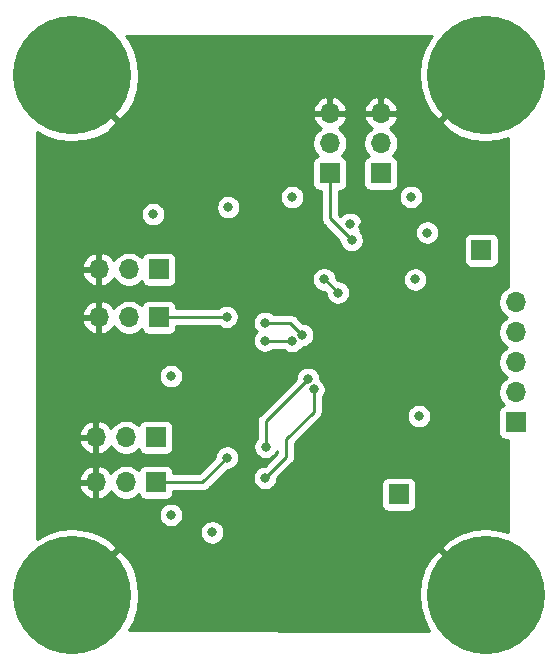
<source format=gbr>
%TF.GenerationSoftware,KiCad,Pcbnew,(5.1.12)-1*%
%TF.CreationDate,2022-06-02T00:13:14+02:00*%
%TF.ProjectId,strain gauge messurment,73747261-696e-4206-9761-756765206d65,rev?*%
%TF.SameCoordinates,Original*%
%TF.FileFunction,Copper,L2,Inr*%
%TF.FilePolarity,Positive*%
%FSLAX46Y46*%
G04 Gerber Fmt 4.6, Leading zero omitted, Abs format (unit mm)*
G04 Created by KiCad (PCBNEW (5.1.12)-1) date 2022-06-02 00:13:14*
%MOMM*%
%LPD*%
G01*
G04 APERTURE LIST*
%TA.AperFunction,ComponentPad*%
%ADD10O,1.700000X1.700000*%
%TD*%
%TA.AperFunction,ComponentPad*%
%ADD11R,1.700000X1.700000*%
%TD*%
%TA.AperFunction,ComponentPad*%
%ADD12C,0.900000*%
%TD*%
%TA.AperFunction,ComponentPad*%
%ADD13C,10.000000*%
%TD*%
%TA.AperFunction,ViaPad*%
%ADD14C,0.800000*%
%TD*%
%TA.AperFunction,Conductor*%
%ADD15C,0.250000*%
%TD*%
%TA.AperFunction,Conductor*%
%ADD16C,0.254000*%
%TD*%
%TA.AperFunction,Conductor*%
%ADD17C,0.100000*%
%TD*%
G04 APERTURE END LIST*
D10*
%TO.N,Net-(IC1-Pad21)*%
%TO.C,J9*%
X156210000Y-120650000D03*
%TO.N,Net-(IC1-Pad20)*%
X156210000Y-123190000D03*
%TO.N,Net-(IC1-Pad19)*%
X156210000Y-125730000D03*
%TO.N,Net-(IC1-Pad18)*%
X156210000Y-128270000D03*
D11*
%TO.N,Net-(IC1-Pad17)*%
X156210000Y-130810000D03*
%TD*%
D12*
%TO.N,GND*%
%TO.C,H4*%
X156311650Y-142778350D03*
X153660000Y-141680000D03*
X151008350Y-142778350D03*
X149910000Y-145430000D03*
X151008350Y-148081650D03*
X153660000Y-149180000D03*
X156311650Y-148081650D03*
X157410000Y-145430000D03*
D13*
X153660000Y-145430000D03*
%TD*%
D12*
%TO.N,GND*%
%TO.C,H3*%
X156311650Y-98778350D03*
X153660000Y-97680000D03*
X151008350Y-98778350D03*
X149910000Y-101430000D03*
X151008350Y-104081650D03*
X153660000Y-105180000D03*
X156311650Y-104081650D03*
X157410000Y-101430000D03*
D13*
X153660000Y-101430000D03*
%TD*%
D12*
%TO.N,GND*%
%TO.C,H2*%
X121311650Y-142778350D03*
X118660000Y-141680000D03*
X116008350Y-142778350D03*
X114910000Y-145430000D03*
X116008350Y-148081650D03*
X118660000Y-149180000D03*
X121311650Y-148081650D03*
X122410000Y-145430000D03*
D13*
X118660000Y-145430000D03*
%TD*%
D12*
%TO.N,GND*%
%TO.C,H1*%
X121311650Y-98778350D03*
X118660000Y-97680000D03*
X116008350Y-98778350D03*
X114910000Y-101430000D03*
X116008350Y-104081650D03*
X118660000Y-105180000D03*
X121311650Y-104081650D03*
X122410000Y-101430000D03*
D13*
X118660000Y-101430000D03*
%TD*%
D10*
%TO.N,GND*%
%TO.C,J6*%
X120650000Y-135890000D03*
%TO.N,Net-(J6-Pad2)*%
X123190000Y-135890000D03*
D11*
%TO.N,-V5*%
X125730000Y-135890000D03*
%TD*%
D10*
%TO.N,GND*%
%TO.C,J5*%
X120650000Y-132080000D03*
%TO.N,Net-(J5-Pad2)*%
X123190000Y-132080000D03*
D11*
%TO.N,-V4*%
X125730000Y-132080000D03*
%TD*%
D10*
%TO.N,GND*%
%TO.C,J4*%
X120904000Y-121920000D03*
%TO.N,Net-(J4-Pad2)*%
X123444000Y-121920000D03*
D11*
%TO.N,-V3*%
X125984000Y-121920000D03*
%TD*%
D10*
%TO.N,GND*%
%TO.C,J3*%
X120904000Y-117856000D03*
%TO.N,Net-(J3-Pad2)*%
X123444000Y-117856000D03*
D11*
%TO.N,-V2*%
X125984000Y-117856000D03*
%TD*%
D10*
%TO.N,GND*%
%TO.C,J2*%
X140462000Y-104648000D03*
%TO.N,Net-(J2-Pad2)*%
X140462000Y-107188000D03*
D11*
%TO.N,-V1*%
X140462000Y-109728000D03*
%TD*%
D10*
%TO.N,GND*%
%TO.C,J1*%
X144780000Y-104648000D03*
%TO.N,Net-(J1-Pad2)*%
X144780000Y-107188000D03*
D11*
%TO.N,-V0*%
X144780000Y-109728000D03*
%TD*%
%TO.N,12V*%
%TO.C,J8*%
X146304000Y-136906000D03*
%TD*%
%TO.N,3.3V*%
%TO.C,J7*%
X153290000Y-116230000D03*
%TD*%
D14*
%TO.N,GND*%
X143293000Y-114260000D03*
X148940000Y-112530000D03*
X149600000Y-132530000D03*
X128130000Y-140020000D03*
X132960000Y-127580000D03*
X127640000Y-114060000D03*
X149000000Y-119300000D03*
%TO.N,10V*%
X147330000Y-111720000D03*
X142170000Y-114000000D03*
X137270000Y-111750000D03*
X131860000Y-112590000D03*
X125500000Y-113190000D03*
X127000000Y-126890000D03*
X127000000Y-138650000D03*
X130500000Y-140120000D03*
X148700000Y-114750000D03*
%TO.N,+V3*%
X134950000Y-123890000D03*
X137265553Y-123913335D03*
%TO.N,-V3*%
X131720000Y-121880000D03*
X134990000Y-122390000D03*
X138125292Y-123402597D03*
%TO.N,+V5*%
X134980000Y-135510000D03*
X139088491Y-128019635D03*
%TO.N,-V5*%
X131760000Y-133790000D03*
X135020000Y-132890000D03*
X138610998Y-127140998D03*
%TO.N,+V1*%
X139970000Y-118700000D03*
X141140000Y-119820000D03*
%TO.N,3.3V*%
X147680000Y-118710000D03*
X147990000Y-130280000D03*
%TO.N,-V1*%
X142310000Y-115380000D03*
%TD*%
D15*
%TO.N,+V3*%
X134973335Y-123913335D02*
X134950000Y-123890000D01*
X137265553Y-123913335D02*
X134973335Y-123913335D01*
%TO.N,-V3*%
X126024000Y-121880000D02*
X125984000Y-121920000D01*
X131720000Y-121880000D02*
X126024000Y-121880000D01*
X134990000Y-122390000D02*
X137040000Y-122390000D01*
X137112695Y-122390000D02*
X137040000Y-122390000D01*
X138125292Y-123402597D02*
X137112695Y-122390000D01*
%TO.N,+V5*%
X139088491Y-129894511D02*
X136760000Y-132223002D01*
X139088491Y-128019635D02*
X139088491Y-129894511D01*
X136760000Y-133730000D02*
X134980000Y-135510000D01*
X136760000Y-132223002D02*
X136760000Y-133730000D01*
%TO.N,-V5*%
X129660000Y-135890000D02*
X131760000Y-133790000D01*
X125730000Y-135890000D02*
X129660000Y-135890000D01*
X135020000Y-130731996D02*
X138610998Y-127140998D01*
X135020000Y-132890000D02*
X135020000Y-130731996D01*
%TO.N,+V1*%
X140020000Y-118700000D02*
X141140000Y-119820000D01*
X139970000Y-118700000D02*
X140020000Y-118700000D01*
%TO.N,-V1*%
X140462000Y-113532000D02*
X142310000Y-115380000D01*
X140462000Y-109728000D02*
X140462000Y-113532000D01*
%TD*%
D16*
%TO.N,GND*%
X149005635Y-98205387D02*
X148465976Y-99175368D01*
X148125921Y-100231994D01*
X147998538Y-101334659D01*
X148088721Y-102440987D01*
X148393006Y-103508464D01*
X148899698Y-104496067D01*
X149005635Y-104654613D01*
X149679661Y-105230734D01*
X153480395Y-101430000D01*
X153466253Y-101415858D01*
X153645858Y-101236253D01*
X153660000Y-101250395D01*
X153674143Y-101236253D01*
X153853748Y-101415858D01*
X153839605Y-101430000D01*
X153853748Y-101444143D01*
X153674143Y-101623748D01*
X153660000Y-101609605D01*
X149859266Y-105410339D01*
X150435387Y-106084365D01*
X151405368Y-106624024D01*
X152461994Y-106964079D01*
X153564659Y-107091462D01*
X154670987Y-107001279D01*
X155511500Y-106761690D01*
X155511500Y-119331976D01*
X155506589Y-119334010D01*
X155263368Y-119496525D01*
X155056525Y-119703368D01*
X154894010Y-119946589D01*
X154782068Y-120216842D01*
X154725000Y-120503740D01*
X154725000Y-120796260D01*
X154782068Y-121083158D01*
X154894010Y-121353411D01*
X155056525Y-121596632D01*
X155263368Y-121803475D01*
X155437760Y-121920000D01*
X155263368Y-122036525D01*
X155056525Y-122243368D01*
X154894010Y-122486589D01*
X154782068Y-122756842D01*
X154725000Y-123043740D01*
X154725000Y-123336260D01*
X154782068Y-123623158D01*
X154894010Y-123893411D01*
X155056525Y-124136632D01*
X155263368Y-124343475D01*
X155437760Y-124460000D01*
X155263368Y-124576525D01*
X155056525Y-124783368D01*
X154894010Y-125026589D01*
X154782068Y-125296842D01*
X154725000Y-125583740D01*
X154725000Y-125876260D01*
X154782068Y-126163158D01*
X154894010Y-126433411D01*
X155056525Y-126676632D01*
X155263368Y-126883475D01*
X155437760Y-127000000D01*
X155263368Y-127116525D01*
X155056525Y-127323368D01*
X154894010Y-127566589D01*
X154782068Y-127836842D01*
X154725000Y-128123740D01*
X154725000Y-128416260D01*
X154782068Y-128703158D01*
X154894010Y-128973411D01*
X155056525Y-129216632D01*
X155188380Y-129348487D01*
X155115820Y-129370498D01*
X155005506Y-129429463D01*
X154908815Y-129508815D01*
X154829463Y-129605506D01*
X154770498Y-129715820D01*
X154734188Y-129835518D01*
X154721928Y-129960000D01*
X154721928Y-131660000D01*
X154734188Y-131784482D01*
X154770498Y-131904180D01*
X154829463Y-132014494D01*
X154908815Y-132111185D01*
X155005506Y-132190537D01*
X155115820Y-132249502D01*
X155235518Y-132285812D01*
X155360000Y-132298072D01*
X155511500Y-132298072D01*
X155511500Y-140106236D01*
X154858006Y-139895921D01*
X153755341Y-139768538D01*
X152649013Y-139858721D01*
X151581536Y-140163006D01*
X150593933Y-140669698D01*
X150435387Y-140775635D01*
X149859266Y-141449661D01*
X153660000Y-145250395D01*
X153674143Y-145236253D01*
X153853748Y-145415858D01*
X153839605Y-145430000D01*
X153853748Y-145444143D01*
X153674143Y-145623748D01*
X153660000Y-145609605D01*
X153645858Y-145623748D01*
X153466253Y-145444143D01*
X153480395Y-145430000D01*
X149679661Y-141629266D01*
X149005635Y-142205387D01*
X148465976Y-143175368D01*
X148125921Y-144231994D01*
X147998538Y-145334659D01*
X148088721Y-146440987D01*
X148393006Y-147508464D01*
X148877244Y-148452302D01*
X123449308Y-148412068D01*
X123854024Y-147684632D01*
X124194079Y-146628006D01*
X124321462Y-145525341D01*
X124231279Y-144419013D01*
X123926994Y-143351536D01*
X123420302Y-142363933D01*
X123314365Y-142205387D01*
X122640339Y-141629266D01*
X118839605Y-145430000D01*
X118853748Y-145444143D01*
X118674143Y-145623748D01*
X118660000Y-145609605D01*
X118645858Y-145623748D01*
X118466253Y-145444143D01*
X118480395Y-145430000D01*
X118466253Y-145415858D01*
X118645858Y-145236253D01*
X118660000Y-145250395D01*
X122460734Y-141449661D01*
X121884613Y-140775635D01*
X120914632Y-140235976D01*
X120237522Y-140018061D01*
X129465000Y-140018061D01*
X129465000Y-140221939D01*
X129504774Y-140421898D01*
X129582795Y-140610256D01*
X129696063Y-140779774D01*
X129840226Y-140923937D01*
X130009744Y-141037205D01*
X130198102Y-141115226D01*
X130398061Y-141155000D01*
X130601939Y-141155000D01*
X130801898Y-141115226D01*
X130990256Y-141037205D01*
X131159774Y-140923937D01*
X131303937Y-140779774D01*
X131417205Y-140610256D01*
X131495226Y-140421898D01*
X131535000Y-140221939D01*
X131535000Y-140018061D01*
X131495226Y-139818102D01*
X131417205Y-139629744D01*
X131303937Y-139460226D01*
X131159774Y-139316063D01*
X130990256Y-139202795D01*
X130801898Y-139124774D01*
X130601939Y-139085000D01*
X130398061Y-139085000D01*
X130198102Y-139124774D01*
X130009744Y-139202795D01*
X129840226Y-139316063D01*
X129696063Y-139460226D01*
X129582795Y-139629744D01*
X129504774Y-139818102D01*
X129465000Y-140018061D01*
X120237522Y-140018061D01*
X119858006Y-139895921D01*
X118755341Y-139768538D01*
X117649013Y-139858721D01*
X116581536Y-140163006D01*
X115633500Y-140649398D01*
X115633500Y-138548061D01*
X125965000Y-138548061D01*
X125965000Y-138751939D01*
X126004774Y-138951898D01*
X126082795Y-139140256D01*
X126196063Y-139309774D01*
X126340226Y-139453937D01*
X126509744Y-139567205D01*
X126698102Y-139645226D01*
X126898061Y-139685000D01*
X127101939Y-139685000D01*
X127301898Y-139645226D01*
X127490256Y-139567205D01*
X127659774Y-139453937D01*
X127803937Y-139309774D01*
X127917205Y-139140256D01*
X127995226Y-138951898D01*
X128035000Y-138751939D01*
X128035000Y-138548061D01*
X127995226Y-138348102D01*
X127917205Y-138159744D01*
X127803937Y-137990226D01*
X127659774Y-137846063D01*
X127490256Y-137732795D01*
X127301898Y-137654774D01*
X127101939Y-137615000D01*
X126898061Y-137615000D01*
X126698102Y-137654774D01*
X126509744Y-137732795D01*
X126340226Y-137846063D01*
X126196063Y-137990226D01*
X126082795Y-138159744D01*
X126004774Y-138348102D01*
X125965000Y-138548061D01*
X115633500Y-138548061D01*
X115633500Y-136246891D01*
X119208519Y-136246891D01*
X119305843Y-136521252D01*
X119454822Y-136771355D01*
X119649731Y-136987588D01*
X119883080Y-137161641D01*
X120145901Y-137286825D01*
X120293110Y-137331476D01*
X120523000Y-137210155D01*
X120523000Y-136017000D01*
X119329186Y-136017000D01*
X119208519Y-136246891D01*
X115633500Y-136246891D01*
X115633500Y-135533109D01*
X119208519Y-135533109D01*
X119329186Y-135763000D01*
X120523000Y-135763000D01*
X120523000Y-134569845D01*
X120777000Y-134569845D01*
X120777000Y-135763000D01*
X120797000Y-135763000D01*
X120797000Y-136017000D01*
X120777000Y-136017000D01*
X120777000Y-137210155D01*
X121006890Y-137331476D01*
X121154099Y-137286825D01*
X121416920Y-137161641D01*
X121650269Y-136987588D01*
X121845178Y-136771355D01*
X121914805Y-136654466D01*
X122036525Y-136836632D01*
X122243368Y-137043475D01*
X122486589Y-137205990D01*
X122756842Y-137317932D01*
X123043740Y-137375000D01*
X123336260Y-137375000D01*
X123623158Y-137317932D01*
X123893411Y-137205990D01*
X124136632Y-137043475D01*
X124268487Y-136911620D01*
X124290498Y-136984180D01*
X124349463Y-137094494D01*
X124428815Y-137191185D01*
X124525506Y-137270537D01*
X124635820Y-137329502D01*
X124755518Y-137365812D01*
X124880000Y-137378072D01*
X126580000Y-137378072D01*
X126704482Y-137365812D01*
X126824180Y-137329502D01*
X126934494Y-137270537D01*
X127031185Y-137191185D01*
X127110537Y-137094494D01*
X127169502Y-136984180D01*
X127205812Y-136864482D01*
X127218072Y-136740000D01*
X127218072Y-136650000D01*
X129622678Y-136650000D01*
X129660000Y-136653676D01*
X129697322Y-136650000D01*
X129697333Y-136650000D01*
X129808986Y-136639003D01*
X129952247Y-136595546D01*
X130084276Y-136524974D01*
X130200001Y-136430001D01*
X130223804Y-136400998D01*
X131216741Y-135408061D01*
X133945000Y-135408061D01*
X133945000Y-135611939D01*
X133984774Y-135811898D01*
X134062795Y-136000256D01*
X134176063Y-136169774D01*
X134320226Y-136313937D01*
X134489744Y-136427205D01*
X134678102Y-136505226D01*
X134878061Y-136545000D01*
X135081939Y-136545000D01*
X135281898Y-136505226D01*
X135470256Y-136427205D01*
X135639774Y-136313937D01*
X135783937Y-136169774D01*
X135859958Y-136056000D01*
X144815928Y-136056000D01*
X144815928Y-137756000D01*
X144828188Y-137880482D01*
X144864498Y-138000180D01*
X144923463Y-138110494D01*
X145002815Y-138207185D01*
X145099506Y-138286537D01*
X145209820Y-138345502D01*
X145329518Y-138381812D01*
X145454000Y-138394072D01*
X147154000Y-138394072D01*
X147278482Y-138381812D01*
X147398180Y-138345502D01*
X147508494Y-138286537D01*
X147605185Y-138207185D01*
X147684537Y-138110494D01*
X147743502Y-138000180D01*
X147779812Y-137880482D01*
X147792072Y-137756000D01*
X147792072Y-136056000D01*
X147779812Y-135931518D01*
X147743502Y-135811820D01*
X147684537Y-135701506D01*
X147605185Y-135604815D01*
X147508494Y-135525463D01*
X147398180Y-135466498D01*
X147278482Y-135430188D01*
X147154000Y-135417928D01*
X145454000Y-135417928D01*
X145329518Y-135430188D01*
X145209820Y-135466498D01*
X145099506Y-135525463D01*
X145002815Y-135604815D01*
X144923463Y-135701506D01*
X144864498Y-135811820D01*
X144828188Y-135931518D01*
X144815928Y-136056000D01*
X135859958Y-136056000D01*
X135897205Y-136000256D01*
X135975226Y-135811898D01*
X136015000Y-135611939D01*
X136015000Y-135549801D01*
X137271003Y-134293799D01*
X137300001Y-134270001D01*
X137326332Y-134237917D01*
X137394974Y-134154277D01*
X137465546Y-134022247D01*
X137495045Y-133925000D01*
X137509003Y-133878986D01*
X137520000Y-133767333D01*
X137520000Y-133767324D01*
X137523676Y-133730001D01*
X137520000Y-133692678D01*
X137520000Y-132537803D01*
X139599494Y-130458310D01*
X139628492Y-130434512D01*
X139723465Y-130318787D01*
X139794037Y-130186758D01*
X139796675Y-130178061D01*
X146955000Y-130178061D01*
X146955000Y-130381939D01*
X146994774Y-130581898D01*
X147072795Y-130770256D01*
X147186063Y-130939774D01*
X147330226Y-131083937D01*
X147499744Y-131197205D01*
X147688102Y-131275226D01*
X147888061Y-131315000D01*
X148091939Y-131315000D01*
X148291898Y-131275226D01*
X148480256Y-131197205D01*
X148649774Y-131083937D01*
X148793937Y-130939774D01*
X148907205Y-130770256D01*
X148985226Y-130581898D01*
X149025000Y-130381939D01*
X149025000Y-130178061D01*
X148985226Y-129978102D01*
X148907205Y-129789744D01*
X148793937Y-129620226D01*
X148649774Y-129476063D01*
X148480256Y-129362795D01*
X148291898Y-129284774D01*
X148091939Y-129245000D01*
X147888061Y-129245000D01*
X147688102Y-129284774D01*
X147499744Y-129362795D01*
X147330226Y-129476063D01*
X147186063Y-129620226D01*
X147072795Y-129789744D01*
X146994774Y-129978102D01*
X146955000Y-130178061D01*
X139796675Y-130178061D01*
X139837494Y-130043497D01*
X139848491Y-129931844D01*
X139852168Y-129894511D01*
X139848491Y-129857178D01*
X139848491Y-128723346D01*
X139892428Y-128679409D01*
X140005696Y-128509891D01*
X140083717Y-128321533D01*
X140123491Y-128121574D01*
X140123491Y-127917696D01*
X140083717Y-127717737D01*
X140005696Y-127529379D01*
X139892428Y-127359861D01*
X139748265Y-127215698D01*
X139645998Y-127147366D01*
X139645998Y-127039059D01*
X139606224Y-126839100D01*
X139528203Y-126650742D01*
X139414935Y-126481224D01*
X139270772Y-126337061D01*
X139101254Y-126223793D01*
X138912896Y-126145772D01*
X138712937Y-126105998D01*
X138509059Y-126105998D01*
X138309100Y-126145772D01*
X138120742Y-126223793D01*
X137951224Y-126337061D01*
X137807061Y-126481224D01*
X137693793Y-126650742D01*
X137615772Y-126839100D01*
X137575998Y-127039059D01*
X137575998Y-127101196D01*
X134508998Y-130168197D01*
X134480000Y-130191995D01*
X134456202Y-130220993D01*
X134456201Y-130220994D01*
X134385026Y-130307720D01*
X134314454Y-130439750D01*
X134287234Y-130529485D01*
X134270998Y-130583010D01*
X134260001Y-130694663D01*
X134256324Y-130731996D01*
X134260001Y-130769328D01*
X134260000Y-132186289D01*
X134216063Y-132230226D01*
X134102795Y-132399744D01*
X134024774Y-132588102D01*
X133985000Y-132788061D01*
X133985000Y-132991939D01*
X134024774Y-133191898D01*
X134102795Y-133380256D01*
X134216063Y-133549774D01*
X134360226Y-133693937D01*
X134529744Y-133807205D01*
X134718102Y-133885226D01*
X134918061Y-133925000D01*
X135121939Y-133925000D01*
X135321898Y-133885226D01*
X135510256Y-133807205D01*
X135679774Y-133693937D01*
X135823937Y-133549774D01*
X135937205Y-133380256D01*
X136000001Y-133228655D01*
X136000001Y-133415197D01*
X134940199Y-134475000D01*
X134878061Y-134475000D01*
X134678102Y-134514774D01*
X134489744Y-134592795D01*
X134320226Y-134706063D01*
X134176063Y-134850226D01*
X134062795Y-135019744D01*
X133984774Y-135208102D01*
X133945000Y-135408061D01*
X131216741Y-135408061D01*
X131799803Y-134825000D01*
X131861939Y-134825000D01*
X132061898Y-134785226D01*
X132250256Y-134707205D01*
X132419774Y-134593937D01*
X132563937Y-134449774D01*
X132677205Y-134280256D01*
X132755226Y-134091898D01*
X132795000Y-133891939D01*
X132795000Y-133688061D01*
X132755226Y-133488102D01*
X132677205Y-133299744D01*
X132563937Y-133130226D01*
X132419774Y-132986063D01*
X132250256Y-132872795D01*
X132061898Y-132794774D01*
X131861939Y-132755000D01*
X131658061Y-132755000D01*
X131458102Y-132794774D01*
X131269744Y-132872795D01*
X131100226Y-132986063D01*
X130956063Y-133130226D01*
X130842795Y-133299744D01*
X130764774Y-133488102D01*
X130725000Y-133688061D01*
X130725000Y-133750197D01*
X129345199Y-135130000D01*
X127218072Y-135130000D01*
X127218072Y-135040000D01*
X127205812Y-134915518D01*
X127169502Y-134795820D01*
X127110537Y-134685506D01*
X127031185Y-134588815D01*
X126934494Y-134509463D01*
X126824180Y-134450498D01*
X126704482Y-134414188D01*
X126580000Y-134401928D01*
X124880000Y-134401928D01*
X124755518Y-134414188D01*
X124635820Y-134450498D01*
X124525506Y-134509463D01*
X124428815Y-134588815D01*
X124349463Y-134685506D01*
X124290498Y-134795820D01*
X124268487Y-134868380D01*
X124136632Y-134736525D01*
X123893411Y-134574010D01*
X123623158Y-134462068D01*
X123336260Y-134405000D01*
X123043740Y-134405000D01*
X122756842Y-134462068D01*
X122486589Y-134574010D01*
X122243368Y-134736525D01*
X122036525Y-134943368D01*
X121914805Y-135125534D01*
X121845178Y-135008645D01*
X121650269Y-134792412D01*
X121416920Y-134618359D01*
X121154099Y-134493175D01*
X121006890Y-134448524D01*
X120777000Y-134569845D01*
X120523000Y-134569845D01*
X120293110Y-134448524D01*
X120145901Y-134493175D01*
X119883080Y-134618359D01*
X119649731Y-134792412D01*
X119454822Y-135008645D01*
X119305843Y-135258748D01*
X119208519Y-135533109D01*
X115633500Y-135533109D01*
X115633500Y-132436891D01*
X119208519Y-132436891D01*
X119305843Y-132711252D01*
X119454822Y-132961355D01*
X119649731Y-133177588D01*
X119883080Y-133351641D01*
X120145901Y-133476825D01*
X120293110Y-133521476D01*
X120523000Y-133400155D01*
X120523000Y-132207000D01*
X119329186Y-132207000D01*
X119208519Y-132436891D01*
X115633500Y-132436891D01*
X115633500Y-131723109D01*
X119208519Y-131723109D01*
X119329186Y-131953000D01*
X120523000Y-131953000D01*
X120523000Y-130759845D01*
X120777000Y-130759845D01*
X120777000Y-131953000D01*
X120797000Y-131953000D01*
X120797000Y-132207000D01*
X120777000Y-132207000D01*
X120777000Y-133400155D01*
X121006890Y-133521476D01*
X121154099Y-133476825D01*
X121416920Y-133351641D01*
X121650269Y-133177588D01*
X121845178Y-132961355D01*
X121914805Y-132844466D01*
X122036525Y-133026632D01*
X122243368Y-133233475D01*
X122486589Y-133395990D01*
X122756842Y-133507932D01*
X123043740Y-133565000D01*
X123336260Y-133565000D01*
X123623158Y-133507932D01*
X123893411Y-133395990D01*
X124136632Y-133233475D01*
X124268487Y-133101620D01*
X124290498Y-133174180D01*
X124349463Y-133284494D01*
X124428815Y-133381185D01*
X124525506Y-133460537D01*
X124635820Y-133519502D01*
X124755518Y-133555812D01*
X124880000Y-133568072D01*
X126580000Y-133568072D01*
X126704482Y-133555812D01*
X126824180Y-133519502D01*
X126934494Y-133460537D01*
X127031185Y-133381185D01*
X127110537Y-133284494D01*
X127169502Y-133174180D01*
X127205812Y-133054482D01*
X127218072Y-132930000D01*
X127218072Y-131230000D01*
X127205812Y-131105518D01*
X127169502Y-130985820D01*
X127110537Y-130875506D01*
X127031185Y-130778815D01*
X126934494Y-130699463D01*
X126824180Y-130640498D01*
X126704482Y-130604188D01*
X126580000Y-130591928D01*
X124880000Y-130591928D01*
X124755518Y-130604188D01*
X124635820Y-130640498D01*
X124525506Y-130699463D01*
X124428815Y-130778815D01*
X124349463Y-130875506D01*
X124290498Y-130985820D01*
X124268487Y-131058380D01*
X124136632Y-130926525D01*
X123893411Y-130764010D01*
X123623158Y-130652068D01*
X123336260Y-130595000D01*
X123043740Y-130595000D01*
X122756842Y-130652068D01*
X122486589Y-130764010D01*
X122243368Y-130926525D01*
X122036525Y-131133368D01*
X121914805Y-131315534D01*
X121845178Y-131198645D01*
X121650269Y-130982412D01*
X121416920Y-130808359D01*
X121154099Y-130683175D01*
X121006890Y-130638524D01*
X120777000Y-130759845D01*
X120523000Y-130759845D01*
X120293110Y-130638524D01*
X120145901Y-130683175D01*
X119883080Y-130808359D01*
X119649731Y-130982412D01*
X119454822Y-131198645D01*
X119305843Y-131448748D01*
X119208519Y-131723109D01*
X115633500Y-131723109D01*
X115633500Y-126788061D01*
X125965000Y-126788061D01*
X125965000Y-126991939D01*
X126004774Y-127191898D01*
X126082795Y-127380256D01*
X126196063Y-127549774D01*
X126340226Y-127693937D01*
X126509744Y-127807205D01*
X126698102Y-127885226D01*
X126898061Y-127925000D01*
X127101939Y-127925000D01*
X127301898Y-127885226D01*
X127490256Y-127807205D01*
X127659774Y-127693937D01*
X127803937Y-127549774D01*
X127917205Y-127380256D01*
X127995226Y-127191898D01*
X128035000Y-126991939D01*
X128035000Y-126788061D01*
X127995226Y-126588102D01*
X127917205Y-126399744D01*
X127803937Y-126230226D01*
X127659774Y-126086063D01*
X127490256Y-125972795D01*
X127301898Y-125894774D01*
X127101939Y-125855000D01*
X126898061Y-125855000D01*
X126698102Y-125894774D01*
X126509744Y-125972795D01*
X126340226Y-126086063D01*
X126196063Y-126230226D01*
X126082795Y-126399744D01*
X126004774Y-126588102D01*
X125965000Y-126788061D01*
X115633500Y-126788061D01*
X115633500Y-123788061D01*
X133915000Y-123788061D01*
X133915000Y-123991939D01*
X133954774Y-124191898D01*
X134032795Y-124380256D01*
X134146063Y-124549774D01*
X134290226Y-124693937D01*
X134459744Y-124807205D01*
X134648102Y-124885226D01*
X134848061Y-124925000D01*
X135051939Y-124925000D01*
X135251898Y-124885226D01*
X135440256Y-124807205D01*
X135609774Y-124693937D01*
X135630376Y-124673335D01*
X136561842Y-124673335D01*
X136605779Y-124717272D01*
X136775297Y-124830540D01*
X136963655Y-124908561D01*
X137163614Y-124948335D01*
X137367492Y-124948335D01*
X137567451Y-124908561D01*
X137755809Y-124830540D01*
X137925327Y-124717272D01*
X138069490Y-124573109D01*
X138160036Y-124437597D01*
X138227231Y-124437597D01*
X138427190Y-124397823D01*
X138615548Y-124319802D01*
X138785066Y-124206534D01*
X138929229Y-124062371D01*
X139042497Y-123892853D01*
X139120518Y-123704495D01*
X139160292Y-123504536D01*
X139160292Y-123300658D01*
X139120518Y-123100699D01*
X139042497Y-122912341D01*
X138929229Y-122742823D01*
X138785066Y-122598660D01*
X138615548Y-122485392D01*
X138427190Y-122407371D01*
X138227231Y-122367597D01*
X138165094Y-122367597D01*
X137676498Y-121879002D01*
X137652696Y-121849999D01*
X137536971Y-121755026D01*
X137404942Y-121684454D01*
X137261681Y-121640997D01*
X137150028Y-121630000D01*
X137150017Y-121630000D01*
X137112695Y-121626324D01*
X137075373Y-121630000D01*
X135693711Y-121630000D01*
X135649774Y-121586063D01*
X135480256Y-121472795D01*
X135291898Y-121394774D01*
X135091939Y-121355000D01*
X134888061Y-121355000D01*
X134688102Y-121394774D01*
X134499744Y-121472795D01*
X134330226Y-121586063D01*
X134186063Y-121730226D01*
X134072795Y-121899744D01*
X133994774Y-122088102D01*
X133955000Y-122288061D01*
X133955000Y-122491939D01*
X133994774Y-122691898D01*
X134072795Y-122880256D01*
X134186063Y-123049774D01*
X134256289Y-123120000D01*
X134146063Y-123230226D01*
X134032795Y-123399744D01*
X133954774Y-123588102D01*
X133915000Y-123788061D01*
X115633500Y-123788061D01*
X115633500Y-122276891D01*
X119462519Y-122276891D01*
X119559843Y-122551252D01*
X119708822Y-122801355D01*
X119903731Y-123017588D01*
X120137080Y-123191641D01*
X120399901Y-123316825D01*
X120547110Y-123361476D01*
X120777000Y-123240155D01*
X120777000Y-122047000D01*
X119583186Y-122047000D01*
X119462519Y-122276891D01*
X115633500Y-122276891D01*
X115633500Y-121563109D01*
X119462519Y-121563109D01*
X119583186Y-121793000D01*
X120777000Y-121793000D01*
X120777000Y-120599845D01*
X121031000Y-120599845D01*
X121031000Y-121793000D01*
X121051000Y-121793000D01*
X121051000Y-122047000D01*
X121031000Y-122047000D01*
X121031000Y-123240155D01*
X121260890Y-123361476D01*
X121408099Y-123316825D01*
X121670920Y-123191641D01*
X121904269Y-123017588D01*
X122099178Y-122801355D01*
X122168805Y-122684466D01*
X122290525Y-122866632D01*
X122497368Y-123073475D01*
X122740589Y-123235990D01*
X123010842Y-123347932D01*
X123297740Y-123405000D01*
X123590260Y-123405000D01*
X123877158Y-123347932D01*
X124147411Y-123235990D01*
X124390632Y-123073475D01*
X124522487Y-122941620D01*
X124544498Y-123014180D01*
X124603463Y-123124494D01*
X124682815Y-123221185D01*
X124779506Y-123300537D01*
X124889820Y-123359502D01*
X125009518Y-123395812D01*
X125134000Y-123408072D01*
X126834000Y-123408072D01*
X126958482Y-123395812D01*
X127078180Y-123359502D01*
X127188494Y-123300537D01*
X127285185Y-123221185D01*
X127364537Y-123124494D01*
X127423502Y-123014180D01*
X127459812Y-122894482D01*
X127472072Y-122770000D01*
X127472072Y-122640000D01*
X131016289Y-122640000D01*
X131060226Y-122683937D01*
X131229744Y-122797205D01*
X131418102Y-122875226D01*
X131618061Y-122915000D01*
X131821939Y-122915000D01*
X132021898Y-122875226D01*
X132210256Y-122797205D01*
X132379774Y-122683937D01*
X132523937Y-122539774D01*
X132637205Y-122370256D01*
X132715226Y-122181898D01*
X132755000Y-121981939D01*
X132755000Y-121778061D01*
X132715226Y-121578102D01*
X132637205Y-121389744D01*
X132523937Y-121220226D01*
X132379774Y-121076063D01*
X132210256Y-120962795D01*
X132021898Y-120884774D01*
X131821939Y-120845000D01*
X131618061Y-120845000D01*
X131418102Y-120884774D01*
X131229744Y-120962795D01*
X131060226Y-121076063D01*
X131016289Y-121120000D01*
X127472072Y-121120000D01*
X127472072Y-121070000D01*
X127459812Y-120945518D01*
X127423502Y-120825820D01*
X127364537Y-120715506D01*
X127285185Y-120618815D01*
X127188494Y-120539463D01*
X127078180Y-120480498D01*
X126958482Y-120444188D01*
X126834000Y-120431928D01*
X125134000Y-120431928D01*
X125009518Y-120444188D01*
X124889820Y-120480498D01*
X124779506Y-120539463D01*
X124682815Y-120618815D01*
X124603463Y-120715506D01*
X124544498Y-120825820D01*
X124522487Y-120898380D01*
X124390632Y-120766525D01*
X124147411Y-120604010D01*
X123877158Y-120492068D01*
X123590260Y-120435000D01*
X123297740Y-120435000D01*
X123010842Y-120492068D01*
X122740589Y-120604010D01*
X122497368Y-120766525D01*
X122290525Y-120973368D01*
X122168805Y-121155534D01*
X122099178Y-121038645D01*
X121904269Y-120822412D01*
X121670920Y-120648359D01*
X121408099Y-120523175D01*
X121260890Y-120478524D01*
X121031000Y-120599845D01*
X120777000Y-120599845D01*
X120547110Y-120478524D01*
X120399901Y-120523175D01*
X120137080Y-120648359D01*
X119903731Y-120822412D01*
X119708822Y-121038645D01*
X119559843Y-121288748D01*
X119462519Y-121563109D01*
X115633500Y-121563109D01*
X115633500Y-118212891D01*
X119462519Y-118212891D01*
X119559843Y-118487252D01*
X119708822Y-118737355D01*
X119903731Y-118953588D01*
X120137080Y-119127641D01*
X120399901Y-119252825D01*
X120547110Y-119297476D01*
X120777000Y-119176155D01*
X120777000Y-117983000D01*
X119583186Y-117983000D01*
X119462519Y-118212891D01*
X115633500Y-118212891D01*
X115633500Y-117499109D01*
X119462519Y-117499109D01*
X119583186Y-117729000D01*
X120777000Y-117729000D01*
X120777000Y-116535845D01*
X121031000Y-116535845D01*
X121031000Y-117729000D01*
X121051000Y-117729000D01*
X121051000Y-117983000D01*
X121031000Y-117983000D01*
X121031000Y-119176155D01*
X121260890Y-119297476D01*
X121408099Y-119252825D01*
X121670920Y-119127641D01*
X121904269Y-118953588D01*
X122099178Y-118737355D01*
X122168805Y-118620466D01*
X122290525Y-118802632D01*
X122497368Y-119009475D01*
X122740589Y-119171990D01*
X123010842Y-119283932D01*
X123297740Y-119341000D01*
X123590260Y-119341000D01*
X123877158Y-119283932D01*
X124147411Y-119171990D01*
X124390632Y-119009475D01*
X124522487Y-118877620D01*
X124544498Y-118950180D01*
X124603463Y-119060494D01*
X124682815Y-119157185D01*
X124779506Y-119236537D01*
X124889820Y-119295502D01*
X125009518Y-119331812D01*
X125134000Y-119344072D01*
X126834000Y-119344072D01*
X126958482Y-119331812D01*
X127078180Y-119295502D01*
X127188494Y-119236537D01*
X127285185Y-119157185D01*
X127364537Y-119060494D01*
X127423502Y-118950180D01*
X127459812Y-118830482D01*
X127472072Y-118706000D01*
X127472072Y-118598061D01*
X138935000Y-118598061D01*
X138935000Y-118801939D01*
X138974774Y-119001898D01*
X139052795Y-119190256D01*
X139166063Y-119359774D01*
X139310226Y-119503937D01*
X139479744Y-119617205D01*
X139668102Y-119695226D01*
X139868061Y-119735000D01*
X139980199Y-119735000D01*
X140105000Y-119859802D01*
X140105000Y-119921939D01*
X140144774Y-120121898D01*
X140222795Y-120310256D01*
X140336063Y-120479774D01*
X140480226Y-120623937D01*
X140649744Y-120737205D01*
X140838102Y-120815226D01*
X141038061Y-120855000D01*
X141241939Y-120855000D01*
X141441898Y-120815226D01*
X141630256Y-120737205D01*
X141799774Y-120623937D01*
X141943937Y-120479774D01*
X142057205Y-120310256D01*
X142135226Y-120121898D01*
X142175000Y-119921939D01*
X142175000Y-119718061D01*
X142135226Y-119518102D01*
X142057205Y-119329744D01*
X141943937Y-119160226D01*
X141799774Y-119016063D01*
X141630256Y-118902795D01*
X141441898Y-118824774D01*
X141241939Y-118785000D01*
X141179802Y-118785000D01*
X141005000Y-118610199D01*
X141005000Y-118608061D01*
X146645000Y-118608061D01*
X146645000Y-118811939D01*
X146684774Y-119011898D01*
X146762795Y-119200256D01*
X146876063Y-119369774D01*
X147020226Y-119513937D01*
X147189744Y-119627205D01*
X147378102Y-119705226D01*
X147578061Y-119745000D01*
X147781939Y-119745000D01*
X147981898Y-119705226D01*
X148170256Y-119627205D01*
X148339774Y-119513937D01*
X148483937Y-119369774D01*
X148597205Y-119200256D01*
X148675226Y-119011898D01*
X148715000Y-118811939D01*
X148715000Y-118608061D01*
X148675226Y-118408102D01*
X148597205Y-118219744D01*
X148483937Y-118050226D01*
X148339774Y-117906063D01*
X148170256Y-117792795D01*
X147981898Y-117714774D01*
X147781939Y-117675000D01*
X147578061Y-117675000D01*
X147378102Y-117714774D01*
X147189744Y-117792795D01*
X147020226Y-117906063D01*
X146876063Y-118050226D01*
X146762795Y-118219744D01*
X146684774Y-118408102D01*
X146645000Y-118608061D01*
X141005000Y-118608061D01*
X141005000Y-118598061D01*
X140965226Y-118398102D01*
X140887205Y-118209744D01*
X140773937Y-118040226D01*
X140629774Y-117896063D01*
X140460256Y-117782795D01*
X140271898Y-117704774D01*
X140071939Y-117665000D01*
X139868061Y-117665000D01*
X139668102Y-117704774D01*
X139479744Y-117782795D01*
X139310226Y-117896063D01*
X139166063Y-118040226D01*
X139052795Y-118209744D01*
X138974774Y-118398102D01*
X138935000Y-118598061D01*
X127472072Y-118598061D01*
X127472072Y-117006000D01*
X127459812Y-116881518D01*
X127423502Y-116761820D01*
X127364537Y-116651506D01*
X127285185Y-116554815D01*
X127188494Y-116475463D01*
X127078180Y-116416498D01*
X126958482Y-116380188D01*
X126834000Y-116367928D01*
X125134000Y-116367928D01*
X125009518Y-116380188D01*
X124889820Y-116416498D01*
X124779506Y-116475463D01*
X124682815Y-116554815D01*
X124603463Y-116651506D01*
X124544498Y-116761820D01*
X124522487Y-116834380D01*
X124390632Y-116702525D01*
X124147411Y-116540010D01*
X123877158Y-116428068D01*
X123590260Y-116371000D01*
X123297740Y-116371000D01*
X123010842Y-116428068D01*
X122740589Y-116540010D01*
X122497368Y-116702525D01*
X122290525Y-116909368D01*
X122168805Y-117091534D01*
X122099178Y-116974645D01*
X121904269Y-116758412D01*
X121670920Y-116584359D01*
X121408099Y-116459175D01*
X121260890Y-116414524D01*
X121031000Y-116535845D01*
X120777000Y-116535845D01*
X120547110Y-116414524D01*
X120399901Y-116459175D01*
X120137080Y-116584359D01*
X119903731Y-116758412D01*
X119708822Y-116974645D01*
X119559843Y-117224748D01*
X119462519Y-117499109D01*
X115633500Y-117499109D01*
X115633500Y-113088061D01*
X124465000Y-113088061D01*
X124465000Y-113291939D01*
X124504774Y-113491898D01*
X124582795Y-113680256D01*
X124696063Y-113849774D01*
X124840226Y-113993937D01*
X125009744Y-114107205D01*
X125198102Y-114185226D01*
X125398061Y-114225000D01*
X125601939Y-114225000D01*
X125801898Y-114185226D01*
X125990256Y-114107205D01*
X126159774Y-113993937D01*
X126303937Y-113849774D01*
X126417205Y-113680256D01*
X126495226Y-113491898D01*
X126535000Y-113291939D01*
X126535000Y-113088061D01*
X126495226Y-112888102D01*
X126417205Y-112699744D01*
X126303937Y-112530226D01*
X126261772Y-112488061D01*
X130825000Y-112488061D01*
X130825000Y-112691939D01*
X130864774Y-112891898D01*
X130942795Y-113080256D01*
X131056063Y-113249774D01*
X131200226Y-113393937D01*
X131369744Y-113507205D01*
X131558102Y-113585226D01*
X131758061Y-113625000D01*
X131961939Y-113625000D01*
X132161898Y-113585226D01*
X132350256Y-113507205D01*
X132519774Y-113393937D01*
X132663937Y-113249774D01*
X132777205Y-113080256D01*
X132855226Y-112891898D01*
X132895000Y-112691939D01*
X132895000Y-112488061D01*
X132855226Y-112288102D01*
X132777205Y-112099744D01*
X132663937Y-111930226D01*
X132519774Y-111786063D01*
X132350256Y-111672795D01*
X132290544Y-111648061D01*
X136235000Y-111648061D01*
X136235000Y-111851939D01*
X136274774Y-112051898D01*
X136352795Y-112240256D01*
X136466063Y-112409774D01*
X136610226Y-112553937D01*
X136779744Y-112667205D01*
X136968102Y-112745226D01*
X137168061Y-112785000D01*
X137371939Y-112785000D01*
X137571898Y-112745226D01*
X137760256Y-112667205D01*
X137929774Y-112553937D01*
X138073937Y-112409774D01*
X138187205Y-112240256D01*
X138265226Y-112051898D01*
X138305000Y-111851939D01*
X138305000Y-111648061D01*
X138265226Y-111448102D01*
X138187205Y-111259744D01*
X138073937Y-111090226D01*
X137929774Y-110946063D01*
X137760256Y-110832795D01*
X137571898Y-110754774D01*
X137371939Y-110715000D01*
X137168061Y-110715000D01*
X136968102Y-110754774D01*
X136779744Y-110832795D01*
X136610226Y-110946063D01*
X136466063Y-111090226D01*
X136352795Y-111259744D01*
X136274774Y-111448102D01*
X136235000Y-111648061D01*
X132290544Y-111648061D01*
X132161898Y-111594774D01*
X131961939Y-111555000D01*
X131758061Y-111555000D01*
X131558102Y-111594774D01*
X131369744Y-111672795D01*
X131200226Y-111786063D01*
X131056063Y-111930226D01*
X130942795Y-112099744D01*
X130864774Y-112288102D01*
X130825000Y-112488061D01*
X126261772Y-112488061D01*
X126159774Y-112386063D01*
X125990256Y-112272795D01*
X125801898Y-112194774D01*
X125601939Y-112155000D01*
X125398061Y-112155000D01*
X125198102Y-112194774D01*
X125009744Y-112272795D01*
X124840226Y-112386063D01*
X124696063Y-112530226D01*
X124582795Y-112699744D01*
X124504774Y-112888102D01*
X124465000Y-113088061D01*
X115633500Y-113088061D01*
X115633500Y-108878000D01*
X138973928Y-108878000D01*
X138973928Y-110578000D01*
X138986188Y-110702482D01*
X139022498Y-110822180D01*
X139081463Y-110932494D01*
X139160815Y-111029185D01*
X139257506Y-111108537D01*
X139367820Y-111167502D01*
X139487518Y-111203812D01*
X139612000Y-111216072D01*
X139702000Y-111216072D01*
X139702001Y-113494668D01*
X139698324Y-113532000D01*
X139712998Y-113680985D01*
X139756454Y-113824246D01*
X139827026Y-113956276D01*
X139898201Y-114043002D01*
X139922000Y-114072001D01*
X139950998Y-114095799D01*
X141275000Y-115419802D01*
X141275000Y-115481939D01*
X141314774Y-115681898D01*
X141392795Y-115870256D01*
X141506063Y-116039774D01*
X141650226Y-116183937D01*
X141819744Y-116297205D01*
X142008102Y-116375226D01*
X142208061Y-116415000D01*
X142411939Y-116415000D01*
X142611898Y-116375226D01*
X142800256Y-116297205D01*
X142969774Y-116183937D01*
X143113937Y-116039774D01*
X143227205Y-115870256D01*
X143305226Y-115681898D01*
X143345000Y-115481939D01*
X143345000Y-115278061D01*
X143305226Y-115078102D01*
X143227205Y-114889744D01*
X143113937Y-114720226D01*
X143041772Y-114648061D01*
X147665000Y-114648061D01*
X147665000Y-114851939D01*
X147704774Y-115051898D01*
X147782795Y-115240256D01*
X147896063Y-115409774D01*
X148040226Y-115553937D01*
X148209744Y-115667205D01*
X148398102Y-115745226D01*
X148598061Y-115785000D01*
X148801939Y-115785000D01*
X149001898Y-115745226D01*
X149190256Y-115667205D01*
X149359774Y-115553937D01*
X149503937Y-115409774D01*
X149523831Y-115380000D01*
X151801928Y-115380000D01*
X151801928Y-117080000D01*
X151814188Y-117204482D01*
X151850498Y-117324180D01*
X151909463Y-117434494D01*
X151988815Y-117531185D01*
X152085506Y-117610537D01*
X152195820Y-117669502D01*
X152315518Y-117705812D01*
X152440000Y-117718072D01*
X154140000Y-117718072D01*
X154264482Y-117705812D01*
X154384180Y-117669502D01*
X154494494Y-117610537D01*
X154591185Y-117531185D01*
X154670537Y-117434494D01*
X154729502Y-117324180D01*
X154765812Y-117204482D01*
X154778072Y-117080000D01*
X154778072Y-115380000D01*
X154765812Y-115255518D01*
X154729502Y-115135820D01*
X154670537Y-115025506D01*
X154591185Y-114928815D01*
X154494494Y-114849463D01*
X154384180Y-114790498D01*
X154264482Y-114754188D01*
X154140000Y-114741928D01*
X152440000Y-114741928D01*
X152315518Y-114754188D01*
X152195820Y-114790498D01*
X152085506Y-114849463D01*
X151988815Y-114928815D01*
X151909463Y-115025506D01*
X151850498Y-115135820D01*
X151814188Y-115255518D01*
X151801928Y-115380000D01*
X149523831Y-115380000D01*
X149617205Y-115240256D01*
X149695226Y-115051898D01*
X149735000Y-114851939D01*
X149735000Y-114648061D01*
X149695226Y-114448102D01*
X149617205Y-114259744D01*
X149503937Y-114090226D01*
X149359774Y-113946063D01*
X149190256Y-113832795D01*
X149001898Y-113754774D01*
X148801939Y-113715000D01*
X148598061Y-113715000D01*
X148398102Y-113754774D01*
X148209744Y-113832795D01*
X148040226Y-113946063D01*
X147896063Y-114090226D01*
X147782795Y-114259744D01*
X147704774Y-114448102D01*
X147665000Y-114648061D01*
X143041772Y-114648061D01*
X143005799Y-114612088D01*
X143087205Y-114490256D01*
X143165226Y-114301898D01*
X143205000Y-114101939D01*
X143205000Y-113898061D01*
X143165226Y-113698102D01*
X143087205Y-113509744D01*
X142973937Y-113340226D01*
X142829774Y-113196063D01*
X142660256Y-113082795D01*
X142471898Y-113004774D01*
X142271939Y-112965000D01*
X142068061Y-112965000D01*
X141868102Y-113004774D01*
X141679744Y-113082795D01*
X141510226Y-113196063D01*
X141366063Y-113340226D01*
X141357637Y-113352836D01*
X141222000Y-113217199D01*
X141222000Y-111618061D01*
X146295000Y-111618061D01*
X146295000Y-111821939D01*
X146334774Y-112021898D01*
X146412795Y-112210256D01*
X146526063Y-112379774D01*
X146670226Y-112523937D01*
X146839744Y-112637205D01*
X147028102Y-112715226D01*
X147228061Y-112755000D01*
X147431939Y-112755000D01*
X147631898Y-112715226D01*
X147820256Y-112637205D01*
X147989774Y-112523937D01*
X148133937Y-112379774D01*
X148247205Y-112210256D01*
X148325226Y-112021898D01*
X148365000Y-111821939D01*
X148365000Y-111618061D01*
X148325226Y-111418102D01*
X148247205Y-111229744D01*
X148133937Y-111060226D01*
X147989774Y-110916063D01*
X147820256Y-110802795D01*
X147631898Y-110724774D01*
X147431939Y-110685000D01*
X147228061Y-110685000D01*
X147028102Y-110724774D01*
X146839744Y-110802795D01*
X146670226Y-110916063D01*
X146526063Y-111060226D01*
X146412795Y-111229744D01*
X146334774Y-111418102D01*
X146295000Y-111618061D01*
X141222000Y-111618061D01*
X141222000Y-111216072D01*
X141312000Y-111216072D01*
X141436482Y-111203812D01*
X141556180Y-111167502D01*
X141666494Y-111108537D01*
X141763185Y-111029185D01*
X141842537Y-110932494D01*
X141901502Y-110822180D01*
X141937812Y-110702482D01*
X141950072Y-110578000D01*
X141950072Y-108878000D01*
X143291928Y-108878000D01*
X143291928Y-110578000D01*
X143304188Y-110702482D01*
X143340498Y-110822180D01*
X143399463Y-110932494D01*
X143478815Y-111029185D01*
X143575506Y-111108537D01*
X143685820Y-111167502D01*
X143805518Y-111203812D01*
X143930000Y-111216072D01*
X145630000Y-111216072D01*
X145754482Y-111203812D01*
X145874180Y-111167502D01*
X145984494Y-111108537D01*
X146081185Y-111029185D01*
X146160537Y-110932494D01*
X146219502Y-110822180D01*
X146255812Y-110702482D01*
X146268072Y-110578000D01*
X146268072Y-108878000D01*
X146255812Y-108753518D01*
X146219502Y-108633820D01*
X146160537Y-108523506D01*
X146081185Y-108426815D01*
X145984494Y-108347463D01*
X145874180Y-108288498D01*
X145801620Y-108266487D01*
X145933475Y-108134632D01*
X146095990Y-107891411D01*
X146207932Y-107621158D01*
X146265000Y-107334260D01*
X146265000Y-107041740D01*
X146207932Y-106754842D01*
X146095990Y-106484589D01*
X145933475Y-106241368D01*
X145726632Y-106034525D01*
X145544466Y-105912805D01*
X145661355Y-105843178D01*
X145877588Y-105648269D01*
X146051641Y-105414920D01*
X146176825Y-105152099D01*
X146221476Y-105004890D01*
X146100155Y-104775000D01*
X144907000Y-104775000D01*
X144907000Y-104795000D01*
X144653000Y-104795000D01*
X144653000Y-104775000D01*
X143459845Y-104775000D01*
X143338524Y-105004890D01*
X143383175Y-105152099D01*
X143508359Y-105414920D01*
X143682412Y-105648269D01*
X143898645Y-105843178D01*
X144015534Y-105912805D01*
X143833368Y-106034525D01*
X143626525Y-106241368D01*
X143464010Y-106484589D01*
X143352068Y-106754842D01*
X143295000Y-107041740D01*
X143295000Y-107334260D01*
X143352068Y-107621158D01*
X143464010Y-107891411D01*
X143626525Y-108134632D01*
X143758380Y-108266487D01*
X143685820Y-108288498D01*
X143575506Y-108347463D01*
X143478815Y-108426815D01*
X143399463Y-108523506D01*
X143340498Y-108633820D01*
X143304188Y-108753518D01*
X143291928Y-108878000D01*
X141950072Y-108878000D01*
X141937812Y-108753518D01*
X141901502Y-108633820D01*
X141842537Y-108523506D01*
X141763185Y-108426815D01*
X141666494Y-108347463D01*
X141556180Y-108288498D01*
X141483620Y-108266487D01*
X141615475Y-108134632D01*
X141777990Y-107891411D01*
X141889932Y-107621158D01*
X141947000Y-107334260D01*
X141947000Y-107041740D01*
X141889932Y-106754842D01*
X141777990Y-106484589D01*
X141615475Y-106241368D01*
X141408632Y-106034525D01*
X141226466Y-105912805D01*
X141343355Y-105843178D01*
X141559588Y-105648269D01*
X141733641Y-105414920D01*
X141858825Y-105152099D01*
X141903476Y-105004890D01*
X141782155Y-104775000D01*
X140589000Y-104775000D01*
X140589000Y-104795000D01*
X140335000Y-104795000D01*
X140335000Y-104775000D01*
X139141845Y-104775000D01*
X139020524Y-105004890D01*
X139065175Y-105152099D01*
X139190359Y-105414920D01*
X139364412Y-105648269D01*
X139580645Y-105843178D01*
X139697534Y-105912805D01*
X139515368Y-106034525D01*
X139308525Y-106241368D01*
X139146010Y-106484589D01*
X139034068Y-106754842D01*
X138977000Y-107041740D01*
X138977000Y-107334260D01*
X139034068Y-107621158D01*
X139146010Y-107891411D01*
X139308525Y-108134632D01*
X139440380Y-108266487D01*
X139367820Y-108288498D01*
X139257506Y-108347463D01*
X139160815Y-108426815D01*
X139081463Y-108523506D01*
X139022498Y-108633820D01*
X138986188Y-108753518D01*
X138973928Y-108878000D01*
X115633500Y-108878000D01*
X115633500Y-106194587D01*
X116405368Y-106624024D01*
X117461994Y-106964079D01*
X118564659Y-107091462D01*
X119670987Y-107001279D01*
X120738464Y-106696994D01*
X121726067Y-106190302D01*
X121884613Y-106084365D01*
X122460734Y-105410339D01*
X118660000Y-101609605D01*
X118645858Y-101623748D01*
X118466253Y-101444143D01*
X118480395Y-101430000D01*
X118466253Y-101415858D01*
X118645858Y-101236253D01*
X118660000Y-101250395D01*
X118674143Y-101236253D01*
X118853748Y-101415858D01*
X118839605Y-101430000D01*
X122640339Y-105230734D01*
X123314365Y-104654613D01*
X123516603Y-104291110D01*
X139020524Y-104291110D01*
X139141845Y-104521000D01*
X140335000Y-104521000D01*
X140335000Y-103327186D01*
X140589000Y-103327186D01*
X140589000Y-104521000D01*
X141782155Y-104521000D01*
X141903476Y-104291110D01*
X143338524Y-104291110D01*
X143459845Y-104521000D01*
X144653000Y-104521000D01*
X144653000Y-103327186D01*
X144907000Y-103327186D01*
X144907000Y-104521000D01*
X146100155Y-104521000D01*
X146221476Y-104291110D01*
X146176825Y-104143901D01*
X146051641Y-103881080D01*
X145877588Y-103647731D01*
X145661355Y-103452822D01*
X145411252Y-103303843D01*
X145136891Y-103206519D01*
X144907000Y-103327186D01*
X144653000Y-103327186D01*
X144423109Y-103206519D01*
X144148748Y-103303843D01*
X143898645Y-103452822D01*
X143682412Y-103647731D01*
X143508359Y-103881080D01*
X143383175Y-104143901D01*
X143338524Y-104291110D01*
X141903476Y-104291110D01*
X141858825Y-104143901D01*
X141733641Y-103881080D01*
X141559588Y-103647731D01*
X141343355Y-103452822D01*
X141093252Y-103303843D01*
X140818891Y-103206519D01*
X140589000Y-103327186D01*
X140335000Y-103327186D01*
X140105109Y-103206519D01*
X139830748Y-103303843D01*
X139580645Y-103452822D01*
X139364412Y-103647731D01*
X139190359Y-103881080D01*
X139065175Y-104143901D01*
X139020524Y-104291110D01*
X123516603Y-104291110D01*
X123854024Y-103684632D01*
X124194079Y-102628006D01*
X124321462Y-101525341D01*
X124231279Y-100419013D01*
X123926994Y-99351536D01*
X123420302Y-98363933D01*
X123314365Y-98205387D01*
X123199843Y-98107500D01*
X149120157Y-98107500D01*
X149005635Y-98205387D01*
%TA.AperFunction,Conductor*%
D17*
G36*
X149005635Y-98205387D02*
G01*
X148465976Y-99175368D01*
X148125921Y-100231994D01*
X147998538Y-101334659D01*
X148088721Y-102440987D01*
X148393006Y-103508464D01*
X148899698Y-104496067D01*
X149005635Y-104654613D01*
X149679661Y-105230734D01*
X153480395Y-101430000D01*
X153466253Y-101415858D01*
X153645858Y-101236253D01*
X153660000Y-101250395D01*
X153674143Y-101236253D01*
X153853748Y-101415858D01*
X153839605Y-101430000D01*
X153853748Y-101444143D01*
X153674143Y-101623748D01*
X153660000Y-101609605D01*
X149859266Y-105410339D01*
X150435387Y-106084365D01*
X151405368Y-106624024D01*
X152461994Y-106964079D01*
X153564659Y-107091462D01*
X154670987Y-107001279D01*
X155511500Y-106761690D01*
X155511500Y-119331976D01*
X155506589Y-119334010D01*
X155263368Y-119496525D01*
X155056525Y-119703368D01*
X154894010Y-119946589D01*
X154782068Y-120216842D01*
X154725000Y-120503740D01*
X154725000Y-120796260D01*
X154782068Y-121083158D01*
X154894010Y-121353411D01*
X155056525Y-121596632D01*
X155263368Y-121803475D01*
X155437760Y-121920000D01*
X155263368Y-122036525D01*
X155056525Y-122243368D01*
X154894010Y-122486589D01*
X154782068Y-122756842D01*
X154725000Y-123043740D01*
X154725000Y-123336260D01*
X154782068Y-123623158D01*
X154894010Y-123893411D01*
X155056525Y-124136632D01*
X155263368Y-124343475D01*
X155437760Y-124460000D01*
X155263368Y-124576525D01*
X155056525Y-124783368D01*
X154894010Y-125026589D01*
X154782068Y-125296842D01*
X154725000Y-125583740D01*
X154725000Y-125876260D01*
X154782068Y-126163158D01*
X154894010Y-126433411D01*
X155056525Y-126676632D01*
X155263368Y-126883475D01*
X155437760Y-127000000D01*
X155263368Y-127116525D01*
X155056525Y-127323368D01*
X154894010Y-127566589D01*
X154782068Y-127836842D01*
X154725000Y-128123740D01*
X154725000Y-128416260D01*
X154782068Y-128703158D01*
X154894010Y-128973411D01*
X155056525Y-129216632D01*
X155188380Y-129348487D01*
X155115820Y-129370498D01*
X155005506Y-129429463D01*
X154908815Y-129508815D01*
X154829463Y-129605506D01*
X154770498Y-129715820D01*
X154734188Y-129835518D01*
X154721928Y-129960000D01*
X154721928Y-131660000D01*
X154734188Y-131784482D01*
X154770498Y-131904180D01*
X154829463Y-132014494D01*
X154908815Y-132111185D01*
X155005506Y-132190537D01*
X155115820Y-132249502D01*
X155235518Y-132285812D01*
X155360000Y-132298072D01*
X155511500Y-132298072D01*
X155511500Y-140106236D01*
X154858006Y-139895921D01*
X153755341Y-139768538D01*
X152649013Y-139858721D01*
X151581536Y-140163006D01*
X150593933Y-140669698D01*
X150435387Y-140775635D01*
X149859266Y-141449661D01*
X153660000Y-145250395D01*
X153674143Y-145236253D01*
X153853748Y-145415858D01*
X153839605Y-145430000D01*
X153853748Y-145444143D01*
X153674143Y-145623748D01*
X153660000Y-145609605D01*
X153645858Y-145623748D01*
X153466253Y-145444143D01*
X153480395Y-145430000D01*
X149679661Y-141629266D01*
X149005635Y-142205387D01*
X148465976Y-143175368D01*
X148125921Y-144231994D01*
X147998538Y-145334659D01*
X148088721Y-146440987D01*
X148393006Y-147508464D01*
X148877244Y-148452302D01*
X123449308Y-148412068D01*
X123854024Y-147684632D01*
X124194079Y-146628006D01*
X124321462Y-145525341D01*
X124231279Y-144419013D01*
X123926994Y-143351536D01*
X123420302Y-142363933D01*
X123314365Y-142205387D01*
X122640339Y-141629266D01*
X118839605Y-145430000D01*
X118853748Y-145444143D01*
X118674143Y-145623748D01*
X118660000Y-145609605D01*
X118645858Y-145623748D01*
X118466253Y-145444143D01*
X118480395Y-145430000D01*
X118466253Y-145415858D01*
X118645858Y-145236253D01*
X118660000Y-145250395D01*
X122460734Y-141449661D01*
X121884613Y-140775635D01*
X120914632Y-140235976D01*
X120237522Y-140018061D01*
X129465000Y-140018061D01*
X129465000Y-140221939D01*
X129504774Y-140421898D01*
X129582795Y-140610256D01*
X129696063Y-140779774D01*
X129840226Y-140923937D01*
X130009744Y-141037205D01*
X130198102Y-141115226D01*
X130398061Y-141155000D01*
X130601939Y-141155000D01*
X130801898Y-141115226D01*
X130990256Y-141037205D01*
X131159774Y-140923937D01*
X131303937Y-140779774D01*
X131417205Y-140610256D01*
X131495226Y-140421898D01*
X131535000Y-140221939D01*
X131535000Y-140018061D01*
X131495226Y-139818102D01*
X131417205Y-139629744D01*
X131303937Y-139460226D01*
X131159774Y-139316063D01*
X130990256Y-139202795D01*
X130801898Y-139124774D01*
X130601939Y-139085000D01*
X130398061Y-139085000D01*
X130198102Y-139124774D01*
X130009744Y-139202795D01*
X129840226Y-139316063D01*
X129696063Y-139460226D01*
X129582795Y-139629744D01*
X129504774Y-139818102D01*
X129465000Y-140018061D01*
X120237522Y-140018061D01*
X119858006Y-139895921D01*
X118755341Y-139768538D01*
X117649013Y-139858721D01*
X116581536Y-140163006D01*
X115633500Y-140649398D01*
X115633500Y-138548061D01*
X125965000Y-138548061D01*
X125965000Y-138751939D01*
X126004774Y-138951898D01*
X126082795Y-139140256D01*
X126196063Y-139309774D01*
X126340226Y-139453937D01*
X126509744Y-139567205D01*
X126698102Y-139645226D01*
X126898061Y-139685000D01*
X127101939Y-139685000D01*
X127301898Y-139645226D01*
X127490256Y-139567205D01*
X127659774Y-139453937D01*
X127803937Y-139309774D01*
X127917205Y-139140256D01*
X127995226Y-138951898D01*
X128035000Y-138751939D01*
X128035000Y-138548061D01*
X127995226Y-138348102D01*
X127917205Y-138159744D01*
X127803937Y-137990226D01*
X127659774Y-137846063D01*
X127490256Y-137732795D01*
X127301898Y-137654774D01*
X127101939Y-137615000D01*
X126898061Y-137615000D01*
X126698102Y-137654774D01*
X126509744Y-137732795D01*
X126340226Y-137846063D01*
X126196063Y-137990226D01*
X126082795Y-138159744D01*
X126004774Y-138348102D01*
X125965000Y-138548061D01*
X115633500Y-138548061D01*
X115633500Y-136246891D01*
X119208519Y-136246891D01*
X119305843Y-136521252D01*
X119454822Y-136771355D01*
X119649731Y-136987588D01*
X119883080Y-137161641D01*
X120145901Y-137286825D01*
X120293110Y-137331476D01*
X120523000Y-137210155D01*
X120523000Y-136017000D01*
X119329186Y-136017000D01*
X119208519Y-136246891D01*
X115633500Y-136246891D01*
X115633500Y-135533109D01*
X119208519Y-135533109D01*
X119329186Y-135763000D01*
X120523000Y-135763000D01*
X120523000Y-134569845D01*
X120777000Y-134569845D01*
X120777000Y-135763000D01*
X120797000Y-135763000D01*
X120797000Y-136017000D01*
X120777000Y-136017000D01*
X120777000Y-137210155D01*
X121006890Y-137331476D01*
X121154099Y-137286825D01*
X121416920Y-137161641D01*
X121650269Y-136987588D01*
X121845178Y-136771355D01*
X121914805Y-136654466D01*
X122036525Y-136836632D01*
X122243368Y-137043475D01*
X122486589Y-137205990D01*
X122756842Y-137317932D01*
X123043740Y-137375000D01*
X123336260Y-137375000D01*
X123623158Y-137317932D01*
X123893411Y-137205990D01*
X124136632Y-137043475D01*
X124268487Y-136911620D01*
X124290498Y-136984180D01*
X124349463Y-137094494D01*
X124428815Y-137191185D01*
X124525506Y-137270537D01*
X124635820Y-137329502D01*
X124755518Y-137365812D01*
X124880000Y-137378072D01*
X126580000Y-137378072D01*
X126704482Y-137365812D01*
X126824180Y-137329502D01*
X126934494Y-137270537D01*
X127031185Y-137191185D01*
X127110537Y-137094494D01*
X127169502Y-136984180D01*
X127205812Y-136864482D01*
X127218072Y-136740000D01*
X127218072Y-136650000D01*
X129622678Y-136650000D01*
X129660000Y-136653676D01*
X129697322Y-136650000D01*
X129697333Y-136650000D01*
X129808986Y-136639003D01*
X129952247Y-136595546D01*
X130084276Y-136524974D01*
X130200001Y-136430001D01*
X130223804Y-136400998D01*
X131216741Y-135408061D01*
X133945000Y-135408061D01*
X133945000Y-135611939D01*
X133984774Y-135811898D01*
X134062795Y-136000256D01*
X134176063Y-136169774D01*
X134320226Y-136313937D01*
X134489744Y-136427205D01*
X134678102Y-136505226D01*
X134878061Y-136545000D01*
X135081939Y-136545000D01*
X135281898Y-136505226D01*
X135470256Y-136427205D01*
X135639774Y-136313937D01*
X135783937Y-136169774D01*
X135859958Y-136056000D01*
X144815928Y-136056000D01*
X144815928Y-137756000D01*
X144828188Y-137880482D01*
X144864498Y-138000180D01*
X144923463Y-138110494D01*
X145002815Y-138207185D01*
X145099506Y-138286537D01*
X145209820Y-138345502D01*
X145329518Y-138381812D01*
X145454000Y-138394072D01*
X147154000Y-138394072D01*
X147278482Y-138381812D01*
X147398180Y-138345502D01*
X147508494Y-138286537D01*
X147605185Y-138207185D01*
X147684537Y-138110494D01*
X147743502Y-138000180D01*
X147779812Y-137880482D01*
X147792072Y-137756000D01*
X147792072Y-136056000D01*
X147779812Y-135931518D01*
X147743502Y-135811820D01*
X147684537Y-135701506D01*
X147605185Y-135604815D01*
X147508494Y-135525463D01*
X147398180Y-135466498D01*
X147278482Y-135430188D01*
X147154000Y-135417928D01*
X145454000Y-135417928D01*
X145329518Y-135430188D01*
X145209820Y-135466498D01*
X145099506Y-135525463D01*
X145002815Y-135604815D01*
X144923463Y-135701506D01*
X144864498Y-135811820D01*
X144828188Y-135931518D01*
X144815928Y-136056000D01*
X135859958Y-136056000D01*
X135897205Y-136000256D01*
X135975226Y-135811898D01*
X136015000Y-135611939D01*
X136015000Y-135549801D01*
X137271003Y-134293799D01*
X137300001Y-134270001D01*
X137326332Y-134237917D01*
X137394974Y-134154277D01*
X137465546Y-134022247D01*
X137495045Y-133925000D01*
X137509003Y-133878986D01*
X137520000Y-133767333D01*
X137520000Y-133767324D01*
X137523676Y-133730001D01*
X137520000Y-133692678D01*
X137520000Y-132537803D01*
X139599494Y-130458310D01*
X139628492Y-130434512D01*
X139723465Y-130318787D01*
X139794037Y-130186758D01*
X139796675Y-130178061D01*
X146955000Y-130178061D01*
X146955000Y-130381939D01*
X146994774Y-130581898D01*
X147072795Y-130770256D01*
X147186063Y-130939774D01*
X147330226Y-131083937D01*
X147499744Y-131197205D01*
X147688102Y-131275226D01*
X147888061Y-131315000D01*
X148091939Y-131315000D01*
X148291898Y-131275226D01*
X148480256Y-131197205D01*
X148649774Y-131083937D01*
X148793937Y-130939774D01*
X148907205Y-130770256D01*
X148985226Y-130581898D01*
X149025000Y-130381939D01*
X149025000Y-130178061D01*
X148985226Y-129978102D01*
X148907205Y-129789744D01*
X148793937Y-129620226D01*
X148649774Y-129476063D01*
X148480256Y-129362795D01*
X148291898Y-129284774D01*
X148091939Y-129245000D01*
X147888061Y-129245000D01*
X147688102Y-129284774D01*
X147499744Y-129362795D01*
X147330226Y-129476063D01*
X147186063Y-129620226D01*
X147072795Y-129789744D01*
X146994774Y-129978102D01*
X146955000Y-130178061D01*
X139796675Y-130178061D01*
X139837494Y-130043497D01*
X139848491Y-129931844D01*
X139852168Y-129894511D01*
X139848491Y-129857178D01*
X139848491Y-128723346D01*
X139892428Y-128679409D01*
X140005696Y-128509891D01*
X140083717Y-128321533D01*
X140123491Y-128121574D01*
X140123491Y-127917696D01*
X140083717Y-127717737D01*
X140005696Y-127529379D01*
X139892428Y-127359861D01*
X139748265Y-127215698D01*
X139645998Y-127147366D01*
X139645998Y-127039059D01*
X139606224Y-126839100D01*
X139528203Y-126650742D01*
X139414935Y-126481224D01*
X139270772Y-126337061D01*
X139101254Y-126223793D01*
X138912896Y-126145772D01*
X138712937Y-126105998D01*
X138509059Y-126105998D01*
X138309100Y-126145772D01*
X138120742Y-126223793D01*
X137951224Y-126337061D01*
X137807061Y-126481224D01*
X137693793Y-126650742D01*
X137615772Y-126839100D01*
X137575998Y-127039059D01*
X137575998Y-127101196D01*
X134508998Y-130168197D01*
X134480000Y-130191995D01*
X134456202Y-130220993D01*
X134456201Y-130220994D01*
X134385026Y-130307720D01*
X134314454Y-130439750D01*
X134287234Y-130529485D01*
X134270998Y-130583010D01*
X134260001Y-130694663D01*
X134256324Y-130731996D01*
X134260001Y-130769328D01*
X134260000Y-132186289D01*
X134216063Y-132230226D01*
X134102795Y-132399744D01*
X134024774Y-132588102D01*
X133985000Y-132788061D01*
X133985000Y-132991939D01*
X134024774Y-133191898D01*
X134102795Y-133380256D01*
X134216063Y-133549774D01*
X134360226Y-133693937D01*
X134529744Y-133807205D01*
X134718102Y-133885226D01*
X134918061Y-133925000D01*
X135121939Y-133925000D01*
X135321898Y-133885226D01*
X135510256Y-133807205D01*
X135679774Y-133693937D01*
X135823937Y-133549774D01*
X135937205Y-133380256D01*
X136000001Y-133228655D01*
X136000001Y-133415197D01*
X134940199Y-134475000D01*
X134878061Y-134475000D01*
X134678102Y-134514774D01*
X134489744Y-134592795D01*
X134320226Y-134706063D01*
X134176063Y-134850226D01*
X134062795Y-135019744D01*
X133984774Y-135208102D01*
X133945000Y-135408061D01*
X131216741Y-135408061D01*
X131799803Y-134825000D01*
X131861939Y-134825000D01*
X132061898Y-134785226D01*
X132250256Y-134707205D01*
X132419774Y-134593937D01*
X132563937Y-134449774D01*
X132677205Y-134280256D01*
X132755226Y-134091898D01*
X132795000Y-133891939D01*
X132795000Y-133688061D01*
X132755226Y-133488102D01*
X132677205Y-133299744D01*
X132563937Y-133130226D01*
X132419774Y-132986063D01*
X132250256Y-132872795D01*
X132061898Y-132794774D01*
X131861939Y-132755000D01*
X131658061Y-132755000D01*
X131458102Y-132794774D01*
X131269744Y-132872795D01*
X131100226Y-132986063D01*
X130956063Y-133130226D01*
X130842795Y-133299744D01*
X130764774Y-133488102D01*
X130725000Y-133688061D01*
X130725000Y-133750197D01*
X129345199Y-135130000D01*
X127218072Y-135130000D01*
X127218072Y-135040000D01*
X127205812Y-134915518D01*
X127169502Y-134795820D01*
X127110537Y-134685506D01*
X127031185Y-134588815D01*
X126934494Y-134509463D01*
X126824180Y-134450498D01*
X126704482Y-134414188D01*
X126580000Y-134401928D01*
X124880000Y-134401928D01*
X124755518Y-134414188D01*
X124635820Y-134450498D01*
X124525506Y-134509463D01*
X124428815Y-134588815D01*
X124349463Y-134685506D01*
X124290498Y-134795820D01*
X124268487Y-134868380D01*
X124136632Y-134736525D01*
X123893411Y-134574010D01*
X123623158Y-134462068D01*
X123336260Y-134405000D01*
X123043740Y-134405000D01*
X122756842Y-134462068D01*
X122486589Y-134574010D01*
X122243368Y-134736525D01*
X122036525Y-134943368D01*
X121914805Y-135125534D01*
X121845178Y-135008645D01*
X121650269Y-134792412D01*
X121416920Y-134618359D01*
X121154099Y-134493175D01*
X121006890Y-134448524D01*
X120777000Y-134569845D01*
X120523000Y-134569845D01*
X120293110Y-134448524D01*
X120145901Y-134493175D01*
X119883080Y-134618359D01*
X119649731Y-134792412D01*
X119454822Y-135008645D01*
X119305843Y-135258748D01*
X119208519Y-135533109D01*
X115633500Y-135533109D01*
X115633500Y-132436891D01*
X119208519Y-132436891D01*
X119305843Y-132711252D01*
X119454822Y-132961355D01*
X119649731Y-133177588D01*
X119883080Y-133351641D01*
X120145901Y-133476825D01*
X120293110Y-133521476D01*
X120523000Y-133400155D01*
X120523000Y-132207000D01*
X119329186Y-132207000D01*
X119208519Y-132436891D01*
X115633500Y-132436891D01*
X115633500Y-131723109D01*
X119208519Y-131723109D01*
X119329186Y-131953000D01*
X120523000Y-131953000D01*
X120523000Y-130759845D01*
X120777000Y-130759845D01*
X120777000Y-131953000D01*
X120797000Y-131953000D01*
X120797000Y-132207000D01*
X120777000Y-132207000D01*
X120777000Y-133400155D01*
X121006890Y-133521476D01*
X121154099Y-133476825D01*
X121416920Y-133351641D01*
X121650269Y-133177588D01*
X121845178Y-132961355D01*
X121914805Y-132844466D01*
X122036525Y-133026632D01*
X122243368Y-133233475D01*
X122486589Y-133395990D01*
X122756842Y-133507932D01*
X123043740Y-133565000D01*
X123336260Y-133565000D01*
X123623158Y-133507932D01*
X123893411Y-133395990D01*
X124136632Y-133233475D01*
X124268487Y-133101620D01*
X124290498Y-133174180D01*
X124349463Y-133284494D01*
X124428815Y-133381185D01*
X124525506Y-133460537D01*
X124635820Y-133519502D01*
X124755518Y-133555812D01*
X124880000Y-133568072D01*
X126580000Y-133568072D01*
X126704482Y-133555812D01*
X126824180Y-133519502D01*
X126934494Y-133460537D01*
X127031185Y-133381185D01*
X127110537Y-133284494D01*
X127169502Y-133174180D01*
X127205812Y-133054482D01*
X127218072Y-132930000D01*
X127218072Y-131230000D01*
X127205812Y-131105518D01*
X127169502Y-130985820D01*
X127110537Y-130875506D01*
X127031185Y-130778815D01*
X126934494Y-130699463D01*
X126824180Y-130640498D01*
X126704482Y-130604188D01*
X126580000Y-130591928D01*
X124880000Y-130591928D01*
X124755518Y-130604188D01*
X124635820Y-130640498D01*
X124525506Y-130699463D01*
X124428815Y-130778815D01*
X124349463Y-130875506D01*
X124290498Y-130985820D01*
X124268487Y-131058380D01*
X124136632Y-130926525D01*
X123893411Y-130764010D01*
X123623158Y-130652068D01*
X123336260Y-130595000D01*
X123043740Y-130595000D01*
X122756842Y-130652068D01*
X122486589Y-130764010D01*
X122243368Y-130926525D01*
X122036525Y-131133368D01*
X121914805Y-131315534D01*
X121845178Y-131198645D01*
X121650269Y-130982412D01*
X121416920Y-130808359D01*
X121154099Y-130683175D01*
X121006890Y-130638524D01*
X120777000Y-130759845D01*
X120523000Y-130759845D01*
X120293110Y-130638524D01*
X120145901Y-130683175D01*
X119883080Y-130808359D01*
X119649731Y-130982412D01*
X119454822Y-131198645D01*
X119305843Y-131448748D01*
X119208519Y-131723109D01*
X115633500Y-131723109D01*
X115633500Y-126788061D01*
X125965000Y-126788061D01*
X125965000Y-126991939D01*
X126004774Y-127191898D01*
X126082795Y-127380256D01*
X126196063Y-127549774D01*
X126340226Y-127693937D01*
X126509744Y-127807205D01*
X126698102Y-127885226D01*
X126898061Y-127925000D01*
X127101939Y-127925000D01*
X127301898Y-127885226D01*
X127490256Y-127807205D01*
X127659774Y-127693937D01*
X127803937Y-127549774D01*
X127917205Y-127380256D01*
X127995226Y-127191898D01*
X128035000Y-126991939D01*
X128035000Y-126788061D01*
X127995226Y-126588102D01*
X127917205Y-126399744D01*
X127803937Y-126230226D01*
X127659774Y-126086063D01*
X127490256Y-125972795D01*
X127301898Y-125894774D01*
X127101939Y-125855000D01*
X126898061Y-125855000D01*
X126698102Y-125894774D01*
X126509744Y-125972795D01*
X126340226Y-126086063D01*
X126196063Y-126230226D01*
X126082795Y-126399744D01*
X126004774Y-126588102D01*
X125965000Y-126788061D01*
X115633500Y-126788061D01*
X115633500Y-123788061D01*
X133915000Y-123788061D01*
X133915000Y-123991939D01*
X133954774Y-124191898D01*
X134032795Y-124380256D01*
X134146063Y-124549774D01*
X134290226Y-124693937D01*
X134459744Y-124807205D01*
X134648102Y-124885226D01*
X134848061Y-124925000D01*
X135051939Y-124925000D01*
X135251898Y-124885226D01*
X135440256Y-124807205D01*
X135609774Y-124693937D01*
X135630376Y-124673335D01*
X136561842Y-124673335D01*
X136605779Y-124717272D01*
X136775297Y-124830540D01*
X136963655Y-124908561D01*
X137163614Y-124948335D01*
X137367492Y-124948335D01*
X137567451Y-124908561D01*
X137755809Y-124830540D01*
X137925327Y-124717272D01*
X138069490Y-124573109D01*
X138160036Y-124437597D01*
X138227231Y-124437597D01*
X138427190Y-124397823D01*
X138615548Y-124319802D01*
X138785066Y-124206534D01*
X138929229Y-124062371D01*
X139042497Y-123892853D01*
X139120518Y-123704495D01*
X139160292Y-123504536D01*
X139160292Y-123300658D01*
X139120518Y-123100699D01*
X139042497Y-122912341D01*
X138929229Y-122742823D01*
X138785066Y-122598660D01*
X138615548Y-122485392D01*
X138427190Y-122407371D01*
X138227231Y-122367597D01*
X138165094Y-122367597D01*
X137676498Y-121879002D01*
X137652696Y-121849999D01*
X137536971Y-121755026D01*
X137404942Y-121684454D01*
X137261681Y-121640997D01*
X137150028Y-121630000D01*
X137150017Y-121630000D01*
X137112695Y-121626324D01*
X137075373Y-121630000D01*
X135693711Y-121630000D01*
X135649774Y-121586063D01*
X135480256Y-121472795D01*
X135291898Y-121394774D01*
X135091939Y-121355000D01*
X134888061Y-121355000D01*
X134688102Y-121394774D01*
X134499744Y-121472795D01*
X134330226Y-121586063D01*
X134186063Y-121730226D01*
X134072795Y-121899744D01*
X133994774Y-122088102D01*
X133955000Y-122288061D01*
X133955000Y-122491939D01*
X133994774Y-122691898D01*
X134072795Y-122880256D01*
X134186063Y-123049774D01*
X134256289Y-123120000D01*
X134146063Y-123230226D01*
X134032795Y-123399744D01*
X133954774Y-123588102D01*
X133915000Y-123788061D01*
X115633500Y-123788061D01*
X115633500Y-122276891D01*
X119462519Y-122276891D01*
X119559843Y-122551252D01*
X119708822Y-122801355D01*
X119903731Y-123017588D01*
X120137080Y-123191641D01*
X120399901Y-123316825D01*
X120547110Y-123361476D01*
X120777000Y-123240155D01*
X120777000Y-122047000D01*
X119583186Y-122047000D01*
X119462519Y-122276891D01*
X115633500Y-122276891D01*
X115633500Y-121563109D01*
X119462519Y-121563109D01*
X119583186Y-121793000D01*
X120777000Y-121793000D01*
X120777000Y-120599845D01*
X121031000Y-120599845D01*
X121031000Y-121793000D01*
X121051000Y-121793000D01*
X121051000Y-122047000D01*
X121031000Y-122047000D01*
X121031000Y-123240155D01*
X121260890Y-123361476D01*
X121408099Y-123316825D01*
X121670920Y-123191641D01*
X121904269Y-123017588D01*
X122099178Y-122801355D01*
X122168805Y-122684466D01*
X122290525Y-122866632D01*
X122497368Y-123073475D01*
X122740589Y-123235990D01*
X123010842Y-123347932D01*
X123297740Y-123405000D01*
X123590260Y-123405000D01*
X123877158Y-123347932D01*
X124147411Y-123235990D01*
X124390632Y-123073475D01*
X124522487Y-122941620D01*
X124544498Y-123014180D01*
X124603463Y-123124494D01*
X124682815Y-123221185D01*
X124779506Y-123300537D01*
X124889820Y-123359502D01*
X125009518Y-123395812D01*
X125134000Y-123408072D01*
X126834000Y-123408072D01*
X126958482Y-123395812D01*
X127078180Y-123359502D01*
X127188494Y-123300537D01*
X127285185Y-123221185D01*
X127364537Y-123124494D01*
X127423502Y-123014180D01*
X127459812Y-122894482D01*
X127472072Y-122770000D01*
X127472072Y-122640000D01*
X131016289Y-122640000D01*
X131060226Y-122683937D01*
X131229744Y-122797205D01*
X131418102Y-122875226D01*
X131618061Y-122915000D01*
X131821939Y-122915000D01*
X132021898Y-122875226D01*
X132210256Y-122797205D01*
X132379774Y-122683937D01*
X132523937Y-122539774D01*
X132637205Y-122370256D01*
X132715226Y-122181898D01*
X132755000Y-121981939D01*
X132755000Y-121778061D01*
X132715226Y-121578102D01*
X132637205Y-121389744D01*
X132523937Y-121220226D01*
X132379774Y-121076063D01*
X132210256Y-120962795D01*
X132021898Y-120884774D01*
X131821939Y-120845000D01*
X131618061Y-120845000D01*
X131418102Y-120884774D01*
X131229744Y-120962795D01*
X131060226Y-121076063D01*
X131016289Y-121120000D01*
X127472072Y-121120000D01*
X127472072Y-121070000D01*
X127459812Y-120945518D01*
X127423502Y-120825820D01*
X127364537Y-120715506D01*
X127285185Y-120618815D01*
X127188494Y-120539463D01*
X127078180Y-120480498D01*
X126958482Y-120444188D01*
X126834000Y-120431928D01*
X125134000Y-120431928D01*
X125009518Y-120444188D01*
X124889820Y-120480498D01*
X124779506Y-120539463D01*
X124682815Y-120618815D01*
X124603463Y-120715506D01*
X124544498Y-120825820D01*
X124522487Y-120898380D01*
X124390632Y-120766525D01*
X124147411Y-120604010D01*
X123877158Y-120492068D01*
X123590260Y-120435000D01*
X123297740Y-120435000D01*
X123010842Y-120492068D01*
X122740589Y-120604010D01*
X122497368Y-120766525D01*
X122290525Y-120973368D01*
X122168805Y-121155534D01*
X122099178Y-121038645D01*
X121904269Y-120822412D01*
X121670920Y-120648359D01*
X121408099Y-120523175D01*
X121260890Y-120478524D01*
X121031000Y-120599845D01*
X120777000Y-120599845D01*
X120547110Y-120478524D01*
X120399901Y-120523175D01*
X120137080Y-120648359D01*
X119903731Y-120822412D01*
X119708822Y-121038645D01*
X119559843Y-121288748D01*
X119462519Y-121563109D01*
X115633500Y-121563109D01*
X115633500Y-118212891D01*
X119462519Y-118212891D01*
X119559843Y-118487252D01*
X119708822Y-118737355D01*
X119903731Y-118953588D01*
X120137080Y-119127641D01*
X120399901Y-119252825D01*
X120547110Y-119297476D01*
X120777000Y-119176155D01*
X120777000Y-117983000D01*
X119583186Y-117983000D01*
X119462519Y-118212891D01*
X115633500Y-118212891D01*
X115633500Y-117499109D01*
X119462519Y-117499109D01*
X119583186Y-117729000D01*
X120777000Y-117729000D01*
X120777000Y-116535845D01*
X121031000Y-116535845D01*
X121031000Y-117729000D01*
X121051000Y-117729000D01*
X121051000Y-117983000D01*
X121031000Y-117983000D01*
X121031000Y-119176155D01*
X121260890Y-119297476D01*
X121408099Y-119252825D01*
X121670920Y-119127641D01*
X121904269Y-118953588D01*
X122099178Y-118737355D01*
X122168805Y-118620466D01*
X122290525Y-118802632D01*
X122497368Y-119009475D01*
X122740589Y-119171990D01*
X123010842Y-119283932D01*
X123297740Y-119341000D01*
X123590260Y-119341000D01*
X123877158Y-119283932D01*
X124147411Y-119171990D01*
X124390632Y-119009475D01*
X124522487Y-118877620D01*
X124544498Y-118950180D01*
X124603463Y-119060494D01*
X124682815Y-119157185D01*
X124779506Y-119236537D01*
X124889820Y-119295502D01*
X125009518Y-119331812D01*
X125134000Y-119344072D01*
X126834000Y-119344072D01*
X126958482Y-119331812D01*
X127078180Y-119295502D01*
X127188494Y-119236537D01*
X127285185Y-119157185D01*
X127364537Y-119060494D01*
X127423502Y-118950180D01*
X127459812Y-118830482D01*
X127472072Y-118706000D01*
X127472072Y-118598061D01*
X138935000Y-118598061D01*
X138935000Y-118801939D01*
X138974774Y-119001898D01*
X139052795Y-119190256D01*
X139166063Y-119359774D01*
X139310226Y-119503937D01*
X139479744Y-119617205D01*
X139668102Y-119695226D01*
X139868061Y-119735000D01*
X139980199Y-119735000D01*
X140105000Y-119859802D01*
X140105000Y-119921939D01*
X140144774Y-120121898D01*
X140222795Y-120310256D01*
X140336063Y-120479774D01*
X140480226Y-120623937D01*
X140649744Y-120737205D01*
X140838102Y-120815226D01*
X141038061Y-120855000D01*
X141241939Y-120855000D01*
X141441898Y-120815226D01*
X141630256Y-120737205D01*
X141799774Y-120623937D01*
X141943937Y-120479774D01*
X142057205Y-120310256D01*
X142135226Y-120121898D01*
X142175000Y-119921939D01*
X142175000Y-119718061D01*
X142135226Y-119518102D01*
X142057205Y-119329744D01*
X141943937Y-119160226D01*
X141799774Y-119016063D01*
X141630256Y-118902795D01*
X141441898Y-118824774D01*
X141241939Y-118785000D01*
X141179802Y-118785000D01*
X141005000Y-118610199D01*
X141005000Y-118608061D01*
X146645000Y-118608061D01*
X146645000Y-118811939D01*
X146684774Y-119011898D01*
X146762795Y-119200256D01*
X146876063Y-119369774D01*
X147020226Y-119513937D01*
X147189744Y-119627205D01*
X147378102Y-119705226D01*
X147578061Y-119745000D01*
X147781939Y-119745000D01*
X147981898Y-119705226D01*
X148170256Y-119627205D01*
X148339774Y-119513937D01*
X148483937Y-119369774D01*
X148597205Y-119200256D01*
X148675226Y-119011898D01*
X148715000Y-118811939D01*
X148715000Y-118608061D01*
X148675226Y-118408102D01*
X148597205Y-118219744D01*
X148483937Y-118050226D01*
X148339774Y-117906063D01*
X148170256Y-117792795D01*
X147981898Y-117714774D01*
X147781939Y-117675000D01*
X147578061Y-117675000D01*
X147378102Y-117714774D01*
X147189744Y-117792795D01*
X147020226Y-117906063D01*
X146876063Y-118050226D01*
X146762795Y-118219744D01*
X146684774Y-118408102D01*
X146645000Y-118608061D01*
X141005000Y-118608061D01*
X141005000Y-118598061D01*
X140965226Y-118398102D01*
X140887205Y-118209744D01*
X140773937Y-118040226D01*
X140629774Y-117896063D01*
X140460256Y-117782795D01*
X140271898Y-117704774D01*
X140071939Y-117665000D01*
X139868061Y-117665000D01*
X139668102Y-117704774D01*
X139479744Y-117782795D01*
X139310226Y-117896063D01*
X139166063Y-118040226D01*
X139052795Y-118209744D01*
X138974774Y-118398102D01*
X138935000Y-118598061D01*
X127472072Y-118598061D01*
X127472072Y-117006000D01*
X127459812Y-116881518D01*
X127423502Y-116761820D01*
X127364537Y-116651506D01*
X127285185Y-116554815D01*
X127188494Y-116475463D01*
X127078180Y-116416498D01*
X126958482Y-116380188D01*
X126834000Y-116367928D01*
X125134000Y-116367928D01*
X125009518Y-116380188D01*
X124889820Y-116416498D01*
X124779506Y-116475463D01*
X124682815Y-116554815D01*
X124603463Y-116651506D01*
X124544498Y-116761820D01*
X124522487Y-116834380D01*
X124390632Y-116702525D01*
X124147411Y-116540010D01*
X123877158Y-116428068D01*
X123590260Y-116371000D01*
X123297740Y-116371000D01*
X123010842Y-116428068D01*
X122740589Y-116540010D01*
X122497368Y-116702525D01*
X122290525Y-116909368D01*
X122168805Y-117091534D01*
X122099178Y-116974645D01*
X121904269Y-116758412D01*
X121670920Y-116584359D01*
X121408099Y-116459175D01*
X121260890Y-116414524D01*
X121031000Y-116535845D01*
X120777000Y-116535845D01*
X120547110Y-116414524D01*
X120399901Y-116459175D01*
X120137080Y-116584359D01*
X119903731Y-116758412D01*
X119708822Y-116974645D01*
X119559843Y-117224748D01*
X119462519Y-117499109D01*
X115633500Y-117499109D01*
X115633500Y-113088061D01*
X124465000Y-113088061D01*
X124465000Y-113291939D01*
X124504774Y-113491898D01*
X124582795Y-113680256D01*
X124696063Y-113849774D01*
X124840226Y-113993937D01*
X125009744Y-114107205D01*
X125198102Y-114185226D01*
X125398061Y-114225000D01*
X125601939Y-114225000D01*
X125801898Y-114185226D01*
X125990256Y-114107205D01*
X126159774Y-113993937D01*
X126303937Y-113849774D01*
X126417205Y-113680256D01*
X126495226Y-113491898D01*
X126535000Y-113291939D01*
X126535000Y-113088061D01*
X126495226Y-112888102D01*
X126417205Y-112699744D01*
X126303937Y-112530226D01*
X126261772Y-112488061D01*
X130825000Y-112488061D01*
X130825000Y-112691939D01*
X130864774Y-112891898D01*
X130942795Y-113080256D01*
X131056063Y-113249774D01*
X131200226Y-113393937D01*
X131369744Y-113507205D01*
X131558102Y-113585226D01*
X131758061Y-113625000D01*
X131961939Y-113625000D01*
X132161898Y-113585226D01*
X132350256Y-113507205D01*
X132519774Y-113393937D01*
X132663937Y-113249774D01*
X132777205Y-113080256D01*
X132855226Y-112891898D01*
X132895000Y-112691939D01*
X132895000Y-112488061D01*
X132855226Y-112288102D01*
X132777205Y-112099744D01*
X132663937Y-111930226D01*
X132519774Y-111786063D01*
X132350256Y-111672795D01*
X132290544Y-111648061D01*
X136235000Y-111648061D01*
X136235000Y-111851939D01*
X136274774Y-112051898D01*
X136352795Y-112240256D01*
X136466063Y-112409774D01*
X136610226Y-112553937D01*
X136779744Y-112667205D01*
X136968102Y-112745226D01*
X137168061Y-112785000D01*
X137371939Y-112785000D01*
X137571898Y-112745226D01*
X137760256Y-112667205D01*
X137929774Y-112553937D01*
X138073937Y-112409774D01*
X138187205Y-112240256D01*
X138265226Y-112051898D01*
X138305000Y-111851939D01*
X138305000Y-111648061D01*
X138265226Y-111448102D01*
X138187205Y-111259744D01*
X138073937Y-111090226D01*
X137929774Y-110946063D01*
X137760256Y-110832795D01*
X137571898Y-110754774D01*
X137371939Y-110715000D01*
X137168061Y-110715000D01*
X136968102Y-110754774D01*
X136779744Y-110832795D01*
X136610226Y-110946063D01*
X136466063Y-111090226D01*
X136352795Y-111259744D01*
X136274774Y-111448102D01*
X136235000Y-111648061D01*
X132290544Y-111648061D01*
X132161898Y-111594774D01*
X131961939Y-111555000D01*
X131758061Y-111555000D01*
X131558102Y-111594774D01*
X131369744Y-111672795D01*
X131200226Y-111786063D01*
X131056063Y-111930226D01*
X130942795Y-112099744D01*
X130864774Y-112288102D01*
X130825000Y-112488061D01*
X126261772Y-112488061D01*
X126159774Y-112386063D01*
X125990256Y-112272795D01*
X125801898Y-112194774D01*
X125601939Y-112155000D01*
X125398061Y-112155000D01*
X125198102Y-112194774D01*
X125009744Y-112272795D01*
X124840226Y-112386063D01*
X124696063Y-112530226D01*
X124582795Y-112699744D01*
X124504774Y-112888102D01*
X124465000Y-113088061D01*
X115633500Y-113088061D01*
X115633500Y-108878000D01*
X138973928Y-108878000D01*
X138973928Y-110578000D01*
X138986188Y-110702482D01*
X139022498Y-110822180D01*
X139081463Y-110932494D01*
X139160815Y-111029185D01*
X139257506Y-111108537D01*
X139367820Y-111167502D01*
X139487518Y-111203812D01*
X139612000Y-111216072D01*
X139702000Y-111216072D01*
X139702001Y-113494668D01*
X139698324Y-113532000D01*
X139712998Y-113680985D01*
X139756454Y-113824246D01*
X139827026Y-113956276D01*
X139898201Y-114043002D01*
X139922000Y-114072001D01*
X139950998Y-114095799D01*
X141275000Y-115419802D01*
X141275000Y-115481939D01*
X141314774Y-115681898D01*
X141392795Y-115870256D01*
X141506063Y-116039774D01*
X141650226Y-116183937D01*
X141819744Y-116297205D01*
X142008102Y-116375226D01*
X142208061Y-116415000D01*
X142411939Y-116415000D01*
X142611898Y-116375226D01*
X142800256Y-116297205D01*
X142969774Y-116183937D01*
X143113937Y-116039774D01*
X143227205Y-115870256D01*
X143305226Y-115681898D01*
X143345000Y-115481939D01*
X143345000Y-115278061D01*
X143305226Y-115078102D01*
X143227205Y-114889744D01*
X143113937Y-114720226D01*
X143041772Y-114648061D01*
X147665000Y-114648061D01*
X147665000Y-114851939D01*
X147704774Y-115051898D01*
X147782795Y-115240256D01*
X147896063Y-115409774D01*
X148040226Y-115553937D01*
X148209744Y-115667205D01*
X148398102Y-115745226D01*
X148598061Y-115785000D01*
X148801939Y-115785000D01*
X149001898Y-115745226D01*
X149190256Y-115667205D01*
X149359774Y-115553937D01*
X149503937Y-115409774D01*
X149523831Y-115380000D01*
X151801928Y-115380000D01*
X151801928Y-117080000D01*
X151814188Y-117204482D01*
X151850498Y-117324180D01*
X151909463Y-117434494D01*
X151988815Y-117531185D01*
X152085506Y-117610537D01*
X152195820Y-117669502D01*
X152315518Y-117705812D01*
X152440000Y-117718072D01*
X154140000Y-117718072D01*
X154264482Y-117705812D01*
X154384180Y-117669502D01*
X154494494Y-117610537D01*
X154591185Y-117531185D01*
X154670537Y-117434494D01*
X154729502Y-117324180D01*
X154765812Y-117204482D01*
X154778072Y-117080000D01*
X154778072Y-115380000D01*
X154765812Y-115255518D01*
X154729502Y-115135820D01*
X154670537Y-115025506D01*
X154591185Y-114928815D01*
X154494494Y-114849463D01*
X154384180Y-114790498D01*
X154264482Y-114754188D01*
X154140000Y-114741928D01*
X152440000Y-114741928D01*
X152315518Y-114754188D01*
X152195820Y-114790498D01*
X152085506Y-114849463D01*
X151988815Y-114928815D01*
X151909463Y-115025506D01*
X151850498Y-115135820D01*
X151814188Y-115255518D01*
X151801928Y-115380000D01*
X149523831Y-115380000D01*
X149617205Y-115240256D01*
X149695226Y-115051898D01*
X149735000Y-114851939D01*
X149735000Y-114648061D01*
X149695226Y-114448102D01*
X149617205Y-114259744D01*
X149503937Y-114090226D01*
X149359774Y-113946063D01*
X149190256Y-113832795D01*
X149001898Y-113754774D01*
X148801939Y-113715000D01*
X148598061Y-113715000D01*
X148398102Y-113754774D01*
X148209744Y-113832795D01*
X148040226Y-113946063D01*
X147896063Y-114090226D01*
X147782795Y-114259744D01*
X147704774Y-114448102D01*
X147665000Y-114648061D01*
X143041772Y-114648061D01*
X143005799Y-114612088D01*
X143087205Y-114490256D01*
X143165226Y-114301898D01*
X143205000Y-114101939D01*
X143205000Y-113898061D01*
X143165226Y-113698102D01*
X143087205Y-113509744D01*
X142973937Y-113340226D01*
X142829774Y-113196063D01*
X142660256Y-113082795D01*
X142471898Y-113004774D01*
X142271939Y-112965000D01*
X142068061Y-112965000D01*
X141868102Y-113004774D01*
X141679744Y-113082795D01*
X141510226Y-113196063D01*
X141366063Y-113340226D01*
X141357637Y-113352836D01*
X141222000Y-113217199D01*
X141222000Y-111618061D01*
X146295000Y-111618061D01*
X146295000Y-111821939D01*
X146334774Y-112021898D01*
X146412795Y-112210256D01*
X146526063Y-112379774D01*
X146670226Y-112523937D01*
X146839744Y-112637205D01*
X147028102Y-112715226D01*
X147228061Y-112755000D01*
X147431939Y-112755000D01*
X147631898Y-112715226D01*
X147820256Y-112637205D01*
X147989774Y-112523937D01*
X148133937Y-112379774D01*
X148247205Y-112210256D01*
X148325226Y-112021898D01*
X148365000Y-111821939D01*
X148365000Y-111618061D01*
X148325226Y-111418102D01*
X148247205Y-111229744D01*
X148133937Y-111060226D01*
X147989774Y-110916063D01*
X147820256Y-110802795D01*
X147631898Y-110724774D01*
X147431939Y-110685000D01*
X147228061Y-110685000D01*
X147028102Y-110724774D01*
X146839744Y-110802795D01*
X146670226Y-110916063D01*
X146526063Y-111060226D01*
X146412795Y-111229744D01*
X146334774Y-111418102D01*
X146295000Y-111618061D01*
X141222000Y-111618061D01*
X141222000Y-111216072D01*
X141312000Y-111216072D01*
X141436482Y-111203812D01*
X141556180Y-111167502D01*
X141666494Y-111108537D01*
X141763185Y-111029185D01*
X141842537Y-110932494D01*
X141901502Y-110822180D01*
X141937812Y-110702482D01*
X141950072Y-110578000D01*
X141950072Y-108878000D01*
X143291928Y-108878000D01*
X143291928Y-110578000D01*
X143304188Y-110702482D01*
X143340498Y-110822180D01*
X143399463Y-110932494D01*
X143478815Y-111029185D01*
X143575506Y-111108537D01*
X143685820Y-111167502D01*
X143805518Y-111203812D01*
X143930000Y-111216072D01*
X145630000Y-111216072D01*
X145754482Y-111203812D01*
X145874180Y-111167502D01*
X145984494Y-111108537D01*
X146081185Y-111029185D01*
X146160537Y-110932494D01*
X146219502Y-110822180D01*
X146255812Y-110702482D01*
X146268072Y-110578000D01*
X146268072Y-108878000D01*
X146255812Y-108753518D01*
X146219502Y-108633820D01*
X146160537Y-108523506D01*
X146081185Y-108426815D01*
X145984494Y-108347463D01*
X145874180Y-108288498D01*
X145801620Y-108266487D01*
X145933475Y-108134632D01*
X146095990Y-107891411D01*
X146207932Y-107621158D01*
X146265000Y-107334260D01*
X146265000Y-107041740D01*
X146207932Y-106754842D01*
X146095990Y-106484589D01*
X145933475Y-106241368D01*
X145726632Y-106034525D01*
X145544466Y-105912805D01*
X145661355Y-105843178D01*
X145877588Y-105648269D01*
X146051641Y-105414920D01*
X146176825Y-105152099D01*
X146221476Y-105004890D01*
X146100155Y-104775000D01*
X144907000Y-104775000D01*
X144907000Y-104795000D01*
X144653000Y-104795000D01*
X144653000Y-104775000D01*
X143459845Y-104775000D01*
X143338524Y-105004890D01*
X143383175Y-105152099D01*
X143508359Y-105414920D01*
X143682412Y-105648269D01*
X143898645Y-105843178D01*
X144015534Y-105912805D01*
X143833368Y-106034525D01*
X143626525Y-106241368D01*
X143464010Y-106484589D01*
X143352068Y-106754842D01*
X143295000Y-107041740D01*
X143295000Y-107334260D01*
X143352068Y-107621158D01*
X143464010Y-107891411D01*
X143626525Y-108134632D01*
X143758380Y-108266487D01*
X143685820Y-108288498D01*
X143575506Y-108347463D01*
X143478815Y-108426815D01*
X143399463Y-108523506D01*
X143340498Y-108633820D01*
X143304188Y-108753518D01*
X143291928Y-108878000D01*
X141950072Y-108878000D01*
X141937812Y-108753518D01*
X141901502Y-108633820D01*
X141842537Y-108523506D01*
X141763185Y-108426815D01*
X141666494Y-108347463D01*
X141556180Y-108288498D01*
X141483620Y-108266487D01*
X141615475Y-108134632D01*
X141777990Y-107891411D01*
X141889932Y-107621158D01*
X141947000Y-107334260D01*
X141947000Y-107041740D01*
X141889932Y-106754842D01*
X141777990Y-106484589D01*
X141615475Y-106241368D01*
X141408632Y-106034525D01*
X141226466Y-105912805D01*
X141343355Y-105843178D01*
X141559588Y-105648269D01*
X141733641Y-105414920D01*
X141858825Y-105152099D01*
X141903476Y-105004890D01*
X141782155Y-104775000D01*
X140589000Y-104775000D01*
X140589000Y-104795000D01*
X140335000Y-104795000D01*
X140335000Y-104775000D01*
X139141845Y-104775000D01*
X139020524Y-105004890D01*
X139065175Y-105152099D01*
X139190359Y-105414920D01*
X139364412Y-105648269D01*
X139580645Y-105843178D01*
X139697534Y-105912805D01*
X139515368Y-106034525D01*
X139308525Y-106241368D01*
X139146010Y-106484589D01*
X139034068Y-106754842D01*
X138977000Y-107041740D01*
X138977000Y-107334260D01*
X139034068Y-107621158D01*
X139146010Y-107891411D01*
X139308525Y-108134632D01*
X139440380Y-108266487D01*
X139367820Y-108288498D01*
X139257506Y-108347463D01*
X139160815Y-108426815D01*
X139081463Y-108523506D01*
X139022498Y-108633820D01*
X138986188Y-108753518D01*
X138973928Y-108878000D01*
X115633500Y-108878000D01*
X115633500Y-106194587D01*
X116405368Y-106624024D01*
X117461994Y-106964079D01*
X118564659Y-107091462D01*
X119670987Y-107001279D01*
X120738464Y-106696994D01*
X121726067Y-106190302D01*
X121884613Y-106084365D01*
X122460734Y-105410339D01*
X118660000Y-101609605D01*
X118645858Y-101623748D01*
X118466253Y-101444143D01*
X118480395Y-101430000D01*
X118466253Y-101415858D01*
X118645858Y-101236253D01*
X118660000Y-101250395D01*
X118674143Y-101236253D01*
X118853748Y-101415858D01*
X118839605Y-101430000D01*
X122640339Y-105230734D01*
X123314365Y-104654613D01*
X123516603Y-104291110D01*
X139020524Y-104291110D01*
X139141845Y-104521000D01*
X140335000Y-104521000D01*
X140335000Y-103327186D01*
X140589000Y-103327186D01*
X140589000Y-104521000D01*
X141782155Y-104521000D01*
X141903476Y-104291110D01*
X143338524Y-104291110D01*
X143459845Y-104521000D01*
X144653000Y-104521000D01*
X144653000Y-103327186D01*
X144907000Y-103327186D01*
X144907000Y-104521000D01*
X146100155Y-104521000D01*
X146221476Y-104291110D01*
X146176825Y-104143901D01*
X146051641Y-103881080D01*
X145877588Y-103647731D01*
X145661355Y-103452822D01*
X145411252Y-103303843D01*
X145136891Y-103206519D01*
X144907000Y-103327186D01*
X144653000Y-103327186D01*
X144423109Y-103206519D01*
X144148748Y-103303843D01*
X143898645Y-103452822D01*
X143682412Y-103647731D01*
X143508359Y-103881080D01*
X143383175Y-104143901D01*
X143338524Y-104291110D01*
X141903476Y-104291110D01*
X141858825Y-104143901D01*
X141733641Y-103881080D01*
X141559588Y-103647731D01*
X141343355Y-103452822D01*
X141093252Y-103303843D01*
X140818891Y-103206519D01*
X140589000Y-103327186D01*
X140335000Y-103327186D01*
X140105109Y-103206519D01*
X139830748Y-103303843D01*
X139580645Y-103452822D01*
X139364412Y-103647731D01*
X139190359Y-103881080D01*
X139065175Y-104143901D01*
X139020524Y-104291110D01*
X123516603Y-104291110D01*
X123854024Y-103684632D01*
X124194079Y-102628006D01*
X124321462Y-101525341D01*
X124231279Y-100419013D01*
X123926994Y-99351536D01*
X123420302Y-98363933D01*
X123314365Y-98205387D01*
X123199843Y-98107500D01*
X149120157Y-98107500D01*
X149005635Y-98205387D01*
G37*
%TD.AperFunction*%
%TD*%
M02*

</source>
